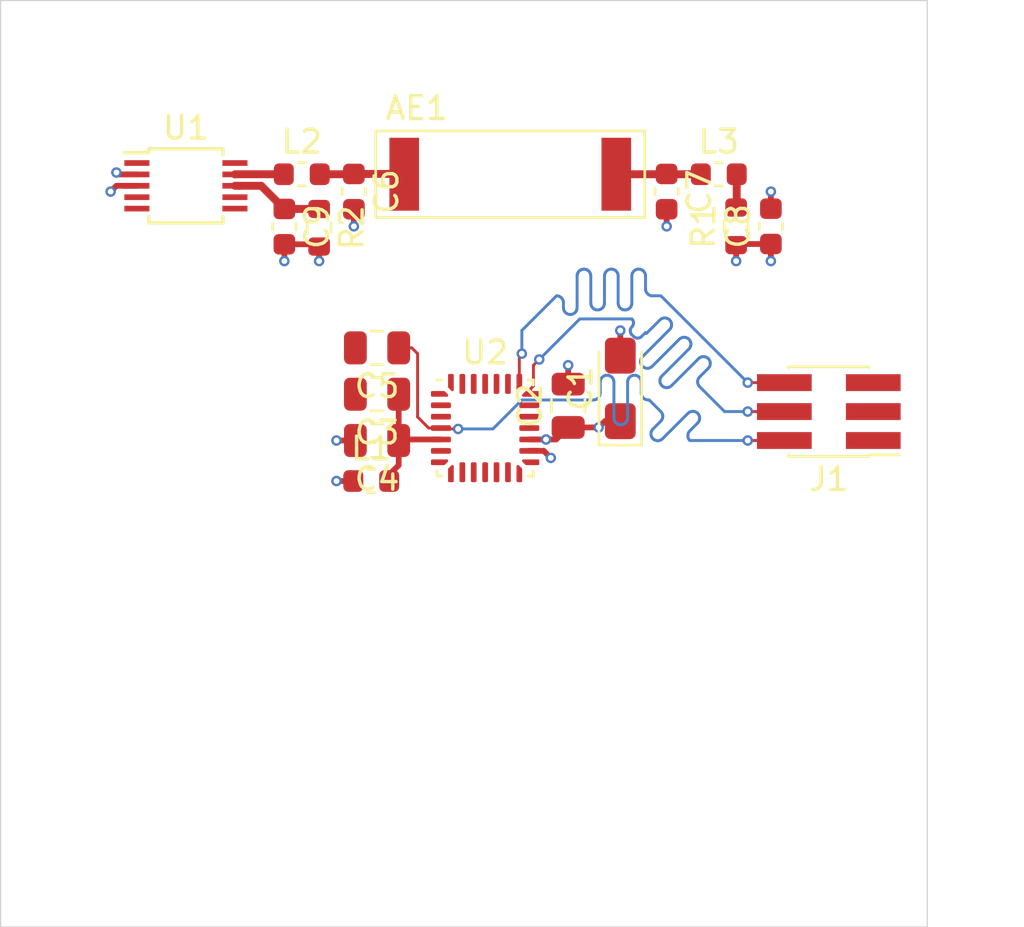
<source format=kicad_pcb>
(kicad_pcb (version 20171130) (host pcbnew 5.0.2-bee76a0~70~ubuntu18.04.1)

  (general
    (thickness 1.6)
    (drawings 4)
    (tracks 419)
    (zones 0)
    (modules 18)
    (nets 12)
  )

  (page A4)
  (layers
    (0 F.Cu signal)
    (1 In1.Cu signal)
    (2 In2.Cu signal)
    (31 B.Cu signal)
    (32 B.Adhes user)
    (33 F.Adhes user)
    (34 B.Paste user)
    (35 F.Paste user)
    (36 B.SilkS user)
    (37 F.SilkS user)
    (38 B.Mask user)
    (39 F.Mask user)
    (40 Dwgs.User user)
    (41 Cmts.User user)
    (42 Eco1.User user)
    (43 Eco2.User user)
    (44 Edge.Cuts user)
    (45 Margin user)
    (46 B.CrtYd user)
    (47 F.CrtYd user)
    (48 B.Fab user)
    (49 F.Fab user)
  )

  (setup
    (last_trace_width 0.127)
    (user_trace_width 0.127)
    (user_trace_width 0.2032)
    (user_trace_width 0.254)
    (user_trace_width 0.347472)
    (user_trace_width 0.508)
    (trace_clearance 0.127)
    (zone_clearance 0.254)
    (zone_45_only no)
    (trace_min 0.127)
    (segment_width 0.2)
    (edge_width 0.05)
    (via_size 0.4572)
    (via_drill 0.254)
    (via_min_size 0.4572)
    (via_min_drill 0.254)
    (uvia_size 0.3)
    (uvia_drill 0.1)
    (uvias_allowed no)
    (uvia_min_size 0.2)
    (uvia_min_drill 0.1)
    (pcb_text_width 0.3)
    (pcb_text_size 1.5 1.5)
    (mod_edge_width 0.12)
    (mod_text_size 1 1)
    (mod_text_width 0.15)
    (pad_size 1.524 1.524)
    (pad_drill 0.762)
    (pad_to_mask_clearance 0)
    (solder_mask_min_width 0.25)
    (aux_axis_origin 0 0)
    (visible_elements FFFFFF7F)
    (pcbplotparams
      (layerselection 0x010fc_ffffffff)
      (usegerberextensions false)
      (usegerberattributes true)
      (usegerberadvancedattributes true)
      (creategerberjobfile true)
      (excludeedgelayer true)
      (linewidth 0.100000)
      (plotframeref false)
      (viasonmask false)
      (mode 1)
      (useauxorigin false)
      (hpglpennumber 1)
      (hpglpenspeed 20)
      (hpglpendiameter 15.000000)
      (psnegative false)
      (psa4output false)
      (plotreference true)
      (plotvalue true)
      (plotinvisibletext false)
      (padsonsilk false)
      (subtractmaskfromsilk false)
      (outputformat 1)
      (mirror false)
      (drillshape 1)
      (scaleselection 1)
      (outputdirectory ""))
  )

  (net 0 "")
  (net 1 GND)
  (net 2 +3V3)
  (net 3 +3.3VA)
  (net 4 ~RST)
  (net 5 "Net-(L3-Pad2)")
  (net 6 SWCLK)
  (net 7 SWDIO)
  (net 8 /rf_433mhz_50ohm_gnd)
  (net 9 /rf_433mhz_50ohm_out)
  (net 10 /rf_ant_hi)
  (net 11 /rf_ant_lo)

  (net_class Default "This is the default net class."
    (clearance 0.127)
    (trace_width 0.127)
    (via_dia 0.4572)
    (via_drill 0.254)
    (uvia_dia 0.3)
    (uvia_drill 0.1)
    (add_net "Net-(L3-Pad2)")
    (add_net SWCLK)
    (add_net SWDIO)
    (add_net ~RST)
  )

  (net_class "433MHz Transmission Line" ""
    (clearance 0.1524)
    (trace_width 0.347675)
    (via_dia 0.4572)
    (via_drill 0.254)
    (uvia_dia 0.3)
    (uvia_drill 0.1)
    (add_net /rf_433mhz_50ohm_gnd)
    (add_net /rf_433mhz_50ohm_out)
    (add_net /rf_ant_hi)
    (add_net /rf_ant_lo)
  )

  (net_class Power ""
    (clearance 0.127)
    (trace_width 0.254)
    (via_dia 0.4572)
    (via_drill 0.254)
    (uvia_dia 0.3)
    (uvia_drill 0.1)
    (add_net +3.3VA)
    (add_net +3V3)
    (add_net GND)
  )

  (module Package_DFN_QFN:QFN-28_4x4mm_P0.5mm (layer F.Cu) (tedit 5D9F792A) (tstamp 5FCD9B5B)
    (at 163.49 106.388)
    (descr "QFN, 28 Pin (http://www.st.com/resource/en/datasheet/stm32f031k6.pdf#page=90), generated with kicad-footprint-generator ipc_noLead_generator.py")
    (tags "QFN NoLead")
    (path /5FCC23BA)
    (attr smd)
    (fp_text reference U2 (at 0 -3.32) (layer F.SilkS)
      (effects (font (size 1 1) (thickness 0.15)))
    )
    (fp_text value STM32L011G4Ux (at 0 3.32) (layer F.Fab)
      (effects (font (size 1 1) (thickness 0.15)))
    )
    (fp_text user %R (at 0 0) (layer F.Fab)
      (effects (font (size 1 1) (thickness 0.15)))
    )
    (fp_line (start 1.885 -2.11) (end 2.11 -2.11) (layer F.SilkS) (width 0.12))
    (fp_line (start 2.11 -2.11) (end 2.11 -1.885) (layer F.SilkS) (width 0.12))
    (fp_line (start -1.885 2.11) (end -2.11 2.11) (layer F.SilkS) (width 0.12))
    (fp_line (start -2.11 2.11) (end -2.11 1.885) (layer F.SilkS) (width 0.12))
    (fp_line (start 1.885 2.11) (end 2.11 2.11) (layer F.SilkS) (width 0.12))
    (fp_line (start 2.11 2.11) (end 2.11 1.885) (layer F.SilkS) (width 0.12))
    (fp_line (start -1.885 -2.11) (end -2.11 -2.11) (layer F.SilkS) (width 0.12))
    (fp_line (start -1 -2) (end 2 -2) (layer F.Fab) (width 0.1))
    (fp_line (start 2 -2) (end 2 2) (layer F.Fab) (width 0.1))
    (fp_line (start 2 2) (end -2 2) (layer F.Fab) (width 0.1))
    (fp_line (start -2 2) (end -2 -1) (layer F.Fab) (width 0.1))
    (fp_line (start -2 -1) (end -1 -2) (layer F.Fab) (width 0.1))
    (fp_line (start -2.62 -2.62) (end -2.62 2.62) (layer F.CrtYd) (width 0.05))
    (fp_line (start -2.62 2.62) (end 2.62 2.62) (layer F.CrtYd) (width 0.05))
    (fp_line (start 2.62 2.62) (end 2.62 -2.62) (layer F.CrtYd) (width 0.05))
    (fp_line (start 2.62 -2.62) (end -2.62 -2.62) (layer F.CrtYd) (width 0.05))
    (pad 28 smd custom (at -1.5 -1.9975) (size 0.136863 0.136863) (layers F.Cu F.Paste F.Mask)
      (options (clearance outline) (anchor circle))
      (primitives
        (gr_poly (pts
           (xy -0.08 -0.3325) (xy 0.08 -0.3325) (xy 0.08 0.3325) (xy 0.05364 0.3325) (xy -0.08 0.19886)
) (width 0.09))
      ))
    (pad 27 smd roundrect (at -1 -1.9375) (size 0.25 0.875) (layers F.Cu F.Paste F.Mask) (roundrect_rratio 0.25))
    (pad 26 smd roundrect (at -0.5 -1.9375) (size 0.25 0.875) (layers F.Cu F.Paste F.Mask) (roundrect_rratio 0.25))
    (pad 25 smd roundrect (at 0 -1.9375) (size 0.25 0.875) (layers F.Cu F.Paste F.Mask) (roundrect_rratio 0.25))
    (pad 24 smd roundrect (at 0.5 -1.9375) (size 0.25 0.875) (layers F.Cu F.Paste F.Mask) (roundrect_rratio 0.25))
    (pad 23 smd roundrect (at 1 -1.9375) (size 0.25 0.875) (layers F.Cu F.Paste F.Mask) (roundrect_rratio 0.25))
    (pad 22 smd custom (at 1.5 -1.9975) (size 0.136863 0.136863) (layers F.Cu F.Paste F.Mask)
      (net 6 SWCLK)
      (options (clearance outline) (anchor circle))
      (primitives
        (gr_poly (pts
           (xy -0.08 -0.3325) (xy 0.08 -0.3325) (xy 0.08 0.19886) (xy -0.05364 0.3325) (xy -0.08 0.3325)
) (width 0.09))
      ))
    (pad 21 smd custom (at 1.9975 -1.5) (size 0.136863 0.136863) (layers F.Cu F.Paste F.Mask)
      (net 7 SWDIO)
      (options (clearance outline) (anchor circle))
      (primitives
        (gr_poly (pts
           (xy -0.3325 0.05364) (xy -0.19886 -0.08) (xy 0.3325 -0.08) (xy 0.3325 0.08) (xy -0.3325 0.08)
) (width 0.09))
      ))
    (pad 20 smd roundrect (at 1.9375 -1) (size 0.875 0.25) (layers F.Cu F.Paste F.Mask) (roundrect_rratio 0.25))
    (pad 19 smd roundrect (at 1.9375 -0.5) (size 0.875 0.25) (layers F.Cu F.Paste F.Mask) (roundrect_rratio 0.25))
    (pad 18 smd roundrect (at 1.9375 0) (size 0.875 0.25) (layers F.Cu F.Paste F.Mask) (roundrect_rratio 0.25))
    (pad 17 smd roundrect (at 1.9375 0.5) (size 0.875 0.25) (layers F.Cu F.Paste F.Mask) (roundrect_rratio 0.25)
      (net 2 +3V3))
    (pad 16 smd roundrect (at 1.9375 1) (size 0.875 0.25) (layers F.Cu F.Paste F.Mask) (roundrect_rratio 0.25)
      (net 1 GND))
    (pad 15 smd custom (at 1.9975 1.5) (size 0.136863 0.136863) (layers F.Cu F.Paste F.Mask)
      (options (clearance outline) (anchor circle))
      (primitives
        (gr_poly (pts
           (xy -0.3325 -0.08) (xy 0.3325 -0.08) (xy 0.3325 0.08) (xy -0.19886 0.08) (xy -0.3325 -0.05364)
) (width 0.09))
      ))
    (pad 14 smd custom (at 1.5 1.9975) (size 0.136863 0.136863) (layers F.Cu F.Paste F.Mask)
      (options (clearance outline) (anchor circle))
      (primitives
        (gr_poly (pts
           (xy -0.08 -0.3325) (xy -0.05364 -0.3325) (xy 0.08 -0.19886) (xy 0.08 0.3325) (xy -0.08 0.3325)
) (width 0.09))
      ))
    (pad 13 smd roundrect (at 1 1.9375) (size 0.25 0.875) (layers F.Cu F.Paste F.Mask) (roundrect_rratio 0.25))
    (pad 12 smd roundrect (at 0.5 1.9375) (size 0.25 0.875) (layers F.Cu F.Paste F.Mask) (roundrect_rratio 0.25))
    (pad 11 smd roundrect (at 0 1.9375) (size 0.25 0.875) (layers F.Cu F.Paste F.Mask) (roundrect_rratio 0.25))
    (pad 10 smd roundrect (at -0.5 1.9375) (size 0.25 0.875) (layers F.Cu F.Paste F.Mask) (roundrect_rratio 0.25))
    (pad 9 smd roundrect (at -1 1.9375) (size 0.25 0.875) (layers F.Cu F.Paste F.Mask) (roundrect_rratio 0.25))
    (pad 8 smd custom (at -1.5 1.9975) (size 0.136863 0.136863) (layers F.Cu F.Paste F.Mask)
      (options (clearance outline) (anchor circle))
      (primitives
        (gr_poly (pts
           (xy -0.08 -0.19886) (xy 0.05364 -0.3325) (xy 0.08 -0.3325) (xy 0.08 0.3325) (xy -0.08 0.3325)
) (width 0.09))
      ))
    (pad 7 smd custom (at -1.9975 1.5) (size 0.136863 0.136863) (layers F.Cu F.Paste F.Mask)
      (options (clearance outline) (anchor circle))
      (primitives
        (gr_poly (pts
           (xy -0.3325 -0.08) (xy 0.3325 -0.08) (xy 0.3325 -0.05364) (xy 0.19886 0.08) (xy -0.3325 0.08)
) (width 0.09))
      ))
    (pad 6 smd roundrect (at -1.9375 1) (size 0.875 0.25) (layers F.Cu F.Paste F.Mask) (roundrect_rratio 0.25))
    (pad 5 smd roundrect (at -1.9375 0.5) (size 0.875 0.25) (layers F.Cu F.Paste F.Mask) (roundrect_rratio 0.25)
      (net 3 +3.3VA))
    (pad 4 smd roundrect (at -1.9375 0) (size 0.875 0.25) (layers F.Cu F.Paste F.Mask) (roundrect_rratio 0.25)
      (net 4 ~RST))
    (pad 3 smd roundrect (at -1.9375 -0.5) (size 0.875 0.25) (layers F.Cu F.Paste F.Mask) (roundrect_rratio 0.25))
    (pad 2 smd roundrect (at -1.9375 -1) (size 0.875 0.25) (layers F.Cu F.Paste F.Mask) (roundrect_rratio 0.25))
    (pad 1 smd custom (at -1.9975 -1.5) (size 0.136863 0.136863) (layers F.Cu F.Paste F.Mask)
      (options (clearance outline) (anchor circle))
      (primitives
        (gr_poly (pts
           (xy -0.3325 -0.08) (xy 0.19886 -0.08) (xy 0.3325 0.05364) (xy 0.3325 0.08) (xy -0.3325 0.08)
) (width 0.09))
      ))
    (model ${KISYS3DMOD}/Package_DFN_QFN.3dshapes/QFN-28_4x4mm_P0.5mm.wrl
      (at (xyz 0 0 0))
      (scale (xyz 1 1 1))
      (rotate (xyz 0 0 0))
    )
  )

  (module Package_SO:TSSOP-10_3x3mm_P0.5mm (layer F.Cu) (tedit 5F3E4A84) (tstamp 5FCD9956)
    (at 150.368 95.758)
    (descr "TSSOP10: plastic thin shrink small outline package; 10 leads; body width 3 mm; (see NXP SSOP-TSSOP-VSO-REFLOW.pdf and sot552-1_po.pdf)")
    (tags "SSOP 0.5")
    (path /5FCFA45B)
    (attr smd)
    (fp_text reference U1 (at 0 -2.55) (layer F.SilkS)
      (effects (font (size 1 1) (thickness 0.15)))
    )
    (fp_text value TDA7100 (at 0 2.55) (layer F.Fab)
      (effects (font (size 1 1) (thickness 0.15)))
    )
    (fp_text user %R (at 0 0) (layer F.Fab)
      (effects (font (size 0.6 0.6) (thickness 0.1)))
    )
    (fp_line (start -1.625 -1.45) (end -2.7 -1.45) (layer F.SilkS) (width 0.15))
    (fp_line (start -1.625 1.625) (end 1.625 1.625) (layer F.SilkS) (width 0.15))
    (fp_line (start -1.625 -1.625) (end 1.625 -1.625) (layer F.SilkS) (width 0.15))
    (fp_line (start -1.625 1.625) (end -1.625 1.35) (layer F.SilkS) (width 0.15))
    (fp_line (start 1.625 1.625) (end 1.625 1.35) (layer F.SilkS) (width 0.15))
    (fp_line (start 1.625 -1.625) (end 1.625 -1.35) (layer F.SilkS) (width 0.15))
    (fp_line (start -1.625 -1.625) (end -1.625 -1.45) (layer F.SilkS) (width 0.15))
    (fp_line (start -2.95 1.8) (end 2.95 1.8) (layer F.CrtYd) (width 0.05))
    (fp_line (start -2.95 -1.8) (end 2.95 -1.8) (layer F.CrtYd) (width 0.05))
    (fp_line (start 2.95 -1.8) (end 2.95 1.8) (layer F.CrtYd) (width 0.05))
    (fp_line (start -2.95 -1.8) (end -2.95 1.8) (layer F.CrtYd) (width 0.05))
    (fp_line (start -1.5 -0.5) (end -0.5 -1.5) (layer F.Fab) (width 0.1))
    (fp_line (start -1.5 1.5) (end -1.5 -0.5) (layer F.Fab) (width 0.1))
    (fp_line (start 1.5 1.5) (end -1.5 1.5) (layer F.Fab) (width 0.1))
    (fp_line (start 1.5 -1.5) (end 1.5 1.5) (layer F.Fab) (width 0.1))
    (fp_line (start -0.5 -1.5) (end 1.5 -1.5) (layer F.Fab) (width 0.1))
    (pad 10 smd rect (at 2.15 -1) (size 1.1 0.25) (layers F.Cu F.Paste F.Mask))
    (pad 9 smd rect (at 2.15 -0.5) (size 1.1 0.25) (layers F.Cu F.Paste F.Mask)
      (net 9 /rf_433mhz_50ohm_out))
    (pad 8 smd rect (at 2.15 0) (size 1.1 0.25) (layers F.Cu F.Paste F.Mask)
      (net 8 /rf_433mhz_50ohm_gnd))
    (pad 7 smd rect (at 2.15 0.5) (size 1.1 0.25) (layers F.Cu F.Paste F.Mask))
    (pad 6 smd rect (at 2.15 1) (size 1.1 0.25) (layers F.Cu F.Paste F.Mask))
    (pad 5 smd rect (at -2.15 1) (size 1.1 0.25) (layers F.Cu F.Paste F.Mask))
    (pad 4 smd rect (at -2.15 0.5) (size 1.1 0.25) (layers F.Cu F.Paste F.Mask))
    (pad 3 smd rect (at -2.15 0) (size 1.1 0.25) (layers F.Cu F.Paste F.Mask)
      (net 1 GND))
    (pad 2 smd rect (at -2.15 -0.5) (size 1.1 0.25) (layers F.Cu F.Paste F.Mask)
      (net 2 +3V3))
    (pad 1 smd rect (at -2.15 -1) (size 1.1 0.25) (layers F.Cu F.Paste F.Mask))
    (model ${KISYS3DMOD}/Package_SO.3dshapes/TSSOP-10_3x3mm_P0.5mm.wrl
      (at (xyz 0 0 0))
      (scale (xyz 1 1 1))
      (rotate (xyz 0 0 0))
    )
  )

  (module Resistor_SMD:R_0603_1608Metric (layer F.Cu) (tedit 5F68FEEE) (tstamp 5FCD9937)
    (at 156.21 97.599 270)
    (descr "Resistor SMD 0603 (1608 Metric), square (rectangular) end terminal, IPC_7351 nominal, (Body size source: IPC-SM-782 page 72, https://www.pcb-3d.com/wordpress/wp-content/uploads/ipc-sm-782a_amendment_1_and_2.pdf), generated with kicad-footprint-generator")
    (tags resistor)
    (path /5FD04570)
    (attr smd)
    (fp_text reference R2 (at 0 -1.43 90) (layer F.SilkS)
      (effects (font (size 1 1) (thickness 0.15)))
    )
    (fp_text value R_Small (at 0 1.43 90) (layer F.Fab)
      (effects (font (size 1 1) (thickness 0.15)))
    )
    (fp_text user %R (at 0 0 90) (layer F.Fab)
      (effects (font (size 0.4 0.4) (thickness 0.06)))
    )
    (fp_line (start -0.8 0.4125) (end -0.8 -0.4125) (layer F.Fab) (width 0.1))
    (fp_line (start -0.8 -0.4125) (end 0.8 -0.4125) (layer F.Fab) (width 0.1))
    (fp_line (start 0.8 -0.4125) (end 0.8 0.4125) (layer F.Fab) (width 0.1))
    (fp_line (start 0.8 0.4125) (end -0.8 0.4125) (layer F.Fab) (width 0.1))
    (fp_line (start -0.237258 -0.5225) (end 0.237258 -0.5225) (layer F.SilkS) (width 0.12))
    (fp_line (start -0.237258 0.5225) (end 0.237258 0.5225) (layer F.SilkS) (width 0.12))
    (fp_line (start -1.48 0.73) (end -1.48 -0.73) (layer F.CrtYd) (width 0.05))
    (fp_line (start -1.48 -0.73) (end 1.48 -0.73) (layer F.CrtYd) (width 0.05))
    (fp_line (start 1.48 -0.73) (end 1.48 0.73) (layer F.CrtYd) (width 0.05))
    (fp_line (start 1.48 0.73) (end -1.48 0.73) (layer F.CrtYd) (width 0.05))
    (pad 2 smd roundrect (at 0.825 0 270) (size 0.8 0.95) (layers F.Cu F.Paste F.Mask) (roundrect_rratio 0.25)
      (net 1 GND))
    (pad 1 smd roundrect (at -0.825 0 270) (size 0.8 0.95) (layers F.Cu F.Paste F.Mask) (roundrect_rratio 0.25)
      (net 8 /rf_433mhz_50ohm_gnd))
    (model ${KISYS3DMOD}/Resistor_SMD.3dshapes/R_0603_1608Metric.wrl
      (at (xyz 0 0 0))
      (scale (xyz 1 1 1))
      (rotate (xyz 0 0 0))
    )
  )

  (module Resistor_SMD:R_0603_1608Metric (layer F.Cu) (tedit 5F68FEEE) (tstamp 5FCD9926)
    (at 174.498 97.536 90)
    (descr "Resistor SMD 0603 (1608 Metric), square (rectangular) end terminal, IPC_7351 nominal, (Body size source: IPC-SM-782 page 72, https://www.pcb-3d.com/wordpress/wp-content/uploads/ipc-sm-782a_amendment_1_and_2.pdf), generated with kicad-footprint-generator")
    (tags resistor)
    (path /5FD1145B)
    (attr smd)
    (fp_text reference R1 (at 0 -1.43 90) (layer F.SilkS)
      (effects (font (size 1 1) (thickness 0.15)))
    )
    (fp_text value R_Small (at 0 1.43 90) (layer F.Fab)
      (effects (font (size 1 1) (thickness 0.15)))
    )
    (fp_text user %R (at 0 0 90) (layer F.Fab)
      (effects (font (size 0.4 0.4) (thickness 0.06)))
    )
    (fp_line (start -0.8 0.4125) (end -0.8 -0.4125) (layer F.Fab) (width 0.1))
    (fp_line (start -0.8 -0.4125) (end 0.8 -0.4125) (layer F.Fab) (width 0.1))
    (fp_line (start 0.8 -0.4125) (end 0.8 0.4125) (layer F.Fab) (width 0.1))
    (fp_line (start 0.8 0.4125) (end -0.8 0.4125) (layer F.Fab) (width 0.1))
    (fp_line (start -0.237258 -0.5225) (end 0.237258 -0.5225) (layer F.SilkS) (width 0.12))
    (fp_line (start -0.237258 0.5225) (end 0.237258 0.5225) (layer F.SilkS) (width 0.12))
    (fp_line (start -1.48 0.73) (end -1.48 -0.73) (layer F.CrtYd) (width 0.05))
    (fp_line (start -1.48 -0.73) (end 1.48 -0.73) (layer F.CrtYd) (width 0.05))
    (fp_line (start 1.48 -0.73) (end 1.48 0.73) (layer F.CrtYd) (width 0.05))
    (fp_line (start 1.48 0.73) (end -1.48 0.73) (layer F.CrtYd) (width 0.05))
    (pad 2 smd roundrect (at 0.825 0 90) (size 0.8 0.95) (layers F.Cu F.Paste F.Mask) (roundrect_rratio 0.25)
      (net 5 "Net-(L3-Pad2)"))
    (pad 1 smd roundrect (at -0.825 0 90) (size 0.8 0.95) (layers F.Cu F.Paste F.Mask) (roundrect_rratio 0.25)
      (net 2 +3V3))
    (model ${KISYS3DMOD}/Resistor_SMD.3dshapes/R_0603_1608Metric.wrl
      (at (xyz 0 0 0))
      (scale (xyz 1 1 1))
      (rotate (xyz 0 0 0))
    )
  )

  (module Inductor_SMD:L_0603_1608Metric (layer F.Cu) (tedit 5F68FEF0) (tstamp 5FCD9915)
    (at 173.736 95.25)
    (descr "Inductor SMD 0603 (1608 Metric), square (rectangular) end terminal, IPC_7351 nominal, (Body size source: http://www.tortai-tech.com/upload/download/2011102023233369053.pdf), generated with kicad-footprint-generator")
    (tags inductor)
    (path /5FCFE5AF)
    (attr smd)
    (fp_text reference L3 (at 0 -1.43) (layer F.SilkS)
      (effects (font (size 1 1) (thickness 0.15)))
    )
    (fp_text value L_Small (at 0 1.43) (layer F.Fab)
      (effects (font (size 1 1) (thickness 0.15)))
    )
    (fp_text user %R (at 0 0) (layer F.Fab)
      (effects (font (size 0.4 0.4) (thickness 0.06)))
    )
    (fp_line (start -0.8 0.4) (end -0.8 -0.4) (layer F.Fab) (width 0.1))
    (fp_line (start -0.8 -0.4) (end 0.8 -0.4) (layer F.Fab) (width 0.1))
    (fp_line (start 0.8 -0.4) (end 0.8 0.4) (layer F.Fab) (width 0.1))
    (fp_line (start 0.8 0.4) (end -0.8 0.4) (layer F.Fab) (width 0.1))
    (fp_line (start -0.162779 -0.51) (end 0.162779 -0.51) (layer F.SilkS) (width 0.12))
    (fp_line (start -0.162779 0.51) (end 0.162779 0.51) (layer F.SilkS) (width 0.12))
    (fp_line (start -1.48 0.73) (end -1.48 -0.73) (layer F.CrtYd) (width 0.05))
    (fp_line (start -1.48 -0.73) (end 1.48 -0.73) (layer F.CrtYd) (width 0.05))
    (fp_line (start 1.48 -0.73) (end 1.48 0.73) (layer F.CrtYd) (width 0.05))
    (fp_line (start 1.48 0.73) (end -1.48 0.73) (layer F.CrtYd) (width 0.05))
    (pad 2 smd roundrect (at 0.7875 0) (size 0.875 0.95) (layers F.Cu F.Paste F.Mask) (roundrect_rratio 0.25)
      (net 5 "Net-(L3-Pad2)"))
    (pad 1 smd roundrect (at -0.7875 0) (size 0.875 0.95) (layers F.Cu F.Paste F.Mask) (roundrect_rratio 0.25)
      (net 10 /rf_ant_hi))
    (model ${KISYS3DMOD}/Inductor_SMD.3dshapes/L_0603_1608Metric.wrl
      (at (xyz 0 0 0))
      (scale (xyz 1 1 1))
      (rotate (xyz 0 0 0))
    )
  )

  (module Inductor_SMD:L_0603_1608Metric (layer F.Cu) (tedit 5F68FEF0) (tstamp 5FCD9904)
    (at 155.448 95.25)
    (descr "Inductor SMD 0603 (1608 Metric), square (rectangular) end terminal, IPC_7351 nominal, (Body size source: http://www.tortai-tech.com/upload/download/2011102023233369053.pdf), generated with kicad-footprint-generator")
    (tags inductor)
    (path /5FD00660)
    (attr smd)
    (fp_text reference L2 (at 0 -1.43) (layer F.SilkS)
      (effects (font (size 1 1) (thickness 0.15)))
    )
    (fp_text value L_Small (at 0 1.43) (layer F.Fab)
      (effects (font (size 1 1) (thickness 0.15)))
    )
    (fp_text user %R (at 0 0) (layer F.Fab)
      (effects (font (size 0.4 0.4) (thickness 0.06)))
    )
    (fp_line (start -0.8 0.4) (end -0.8 -0.4) (layer F.Fab) (width 0.1))
    (fp_line (start -0.8 -0.4) (end 0.8 -0.4) (layer F.Fab) (width 0.1))
    (fp_line (start 0.8 -0.4) (end 0.8 0.4) (layer F.Fab) (width 0.1))
    (fp_line (start 0.8 0.4) (end -0.8 0.4) (layer F.Fab) (width 0.1))
    (fp_line (start -0.162779 -0.51) (end 0.162779 -0.51) (layer F.SilkS) (width 0.12))
    (fp_line (start -0.162779 0.51) (end 0.162779 0.51) (layer F.SilkS) (width 0.12))
    (fp_line (start -1.48 0.73) (end -1.48 -0.73) (layer F.CrtYd) (width 0.05))
    (fp_line (start -1.48 -0.73) (end 1.48 -0.73) (layer F.CrtYd) (width 0.05))
    (fp_line (start 1.48 -0.73) (end 1.48 0.73) (layer F.CrtYd) (width 0.05))
    (fp_line (start 1.48 0.73) (end -1.48 0.73) (layer F.CrtYd) (width 0.05))
    (pad 2 smd roundrect (at 0.7875 0) (size 0.875 0.95) (layers F.Cu F.Paste F.Mask) (roundrect_rratio 0.25)
      (net 11 /rf_ant_lo))
    (pad 1 smd roundrect (at -0.7875 0) (size 0.875 0.95) (layers F.Cu F.Paste F.Mask) (roundrect_rratio 0.25)
      (net 9 /rf_433mhz_50ohm_out))
    (model ${KISYS3DMOD}/Inductor_SMD.3dshapes/L_0603_1608Metric.wrl
      (at (xyz 0 0 0))
      (scale (xyz 1 1 1))
      (rotate (xyz 0 0 0))
    )
  )

  (module Inductor_SMD:L_0603_1608Metric (layer F.Cu) (tedit 5F68FEF0) (tstamp 5FCD98F3)
    (at 158.496 108.712)
    (descr "Inductor SMD 0603 (1608 Metric), square (rectangular) end terminal, IPC_7351 nominal, (Body size source: http://www.tortai-tech.com/upload/download/2011102023233369053.pdf), generated with kicad-footprint-generator")
    (tags inductor)
    (path /5FCCD1D9)
    (attr smd)
    (fp_text reference L1 (at 0 -1.43) (layer F.SilkS)
      (effects (font (size 1 1) (thickness 0.15)))
    )
    (fp_text value L_Small (at 0 1.43) (layer F.Fab)
      (effects (font (size 1 1) (thickness 0.15)))
    )
    (fp_text user %R (at 0 0) (layer F.Fab)
      (effects (font (size 0.4 0.4) (thickness 0.06)))
    )
    (fp_line (start -0.8 0.4) (end -0.8 -0.4) (layer F.Fab) (width 0.1))
    (fp_line (start -0.8 -0.4) (end 0.8 -0.4) (layer F.Fab) (width 0.1))
    (fp_line (start 0.8 -0.4) (end 0.8 0.4) (layer F.Fab) (width 0.1))
    (fp_line (start 0.8 0.4) (end -0.8 0.4) (layer F.Fab) (width 0.1))
    (fp_line (start -0.162779 -0.51) (end 0.162779 -0.51) (layer F.SilkS) (width 0.12))
    (fp_line (start -0.162779 0.51) (end 0.162779 0.51) (layer F.SilkS) (width 0.12))
    (fp_line (start -1.48 0.73) (end -1.48 -0.73) (layer F.CrtYd) (width 0.05))
    (fp_line (start -1.48 -0.73) (end 1.48 -0.73) (layer F.CrtYd) (width 0.05))
    (fp_line (start 1.48 -0.73) (end 1.48 0.73) (layer F.CrtYd) (width 0.05))
    (fp_line (start 1.48 0.73) (end -1.48 0.73) (layer F.CrtYd) (width 0.05))
    (pad 2 smd roundrect (at 0.7875 0) (size 0.875 0.95) (layers F.Cu F.Paste F.Mask) (roundrect_rratio 0.25)
      (net 3 +3.3VA))
    (pad 1 smd roundrect (at -0.7875 0) (size 0.875 0.95) (layers F.Cu F.Paste F.Mask) (roundrect_rratio 0.25)
      (net 2 +3V3))
    (model ${KISYS3DMOD}/Inductor_SMD.3dshapes/L_0603_1608Metric.wrl
      (at (xyz 0 0 0))
      (scale (xyz 1 1 1))
      (rotate (xyz 0 0 0))
    )
  )

  (module Capacitor_SMD:C_0603_1608Metric (layer F.Cu) (tedit 5F68FEEE) (tstamp 5FCD98E2)
    (at 154.686 97.549 270)
    (descr "Capacitor SMD 0603 (1608 Metric), square (rectangular) end terminal, IPC_7351 nominal, (Body size source: IPC-SM-782 page 76, https://www.pcb-3d.com/wordpress/wp-content/uploads/ipc-sm-782a_amendment_1_and_2.pdf), generated with kicad-footprint-generator")
    (tags capacitor)
    (path /5FD037DD)
    (attr smd)
    (fp_text reference C9 (at 0 -1.43 90) (layer F.SilkS)
      (effects (font (size 1 1) (thickness 0.15)))
    )
    (fp_text value C_Small (at 0 1.43 90) (layer F.Fab)
      (effects (font (size 1 1) (thickness 0.15)))
    )
    (fp_text user %R (at 0 0 90) (layer F.Fab)
      (effects (font (size 0.4 0.4) (thickness 0.06)))
    )
    (fp_line (start -0.8 0.4) (end -0.8 -0.4) (layer F.Fab) (width 0.1))
    (fp_line (start -0.8 -0.4) (end 0.8 -0.4) (layer F.Fab) (width 0.1))
    (fp_line (start 0.8 -0.4) (end 0.8 0.4) (layer F.Fab) (width 0.1))
    (fp_line (start 0.8 0.4) (end -0.8 0.4) (layer F.Fab) (width 0.1))
    (fp_line (start -0.14058 -0.51) (end 0.14058 -0.51) (layer F.SilkS) (width 0.12))
    (fp_line (start -0.14058 0.51) (end 0.14058 0.51) (layer F.SilkS) (width 0.12))
    (fp_line (start -1.48 0.73) (end -1.48 -0.73) (layer F.CrtYd) (width 0.05))
    (fp_line (start -1.48 -0.73) (end 1.48 -0.73) (layer F.CrtYd) (width 0.05))
    (fp_line (start 1.48 -0.73) (end 1.48 0.73) (layer F.CrtYd) (width 0.05))
    (fp_line (start 1.48 0.73) (end -1.48 0.73) (layer F.CrtYd) (width 0.05))
    (pad 2 smd roundrect (at 0.775 0 270) (size 0.9 0.95) (layers F.Cu F.Paste F.Mask) (roundrect_rratio 0.25)
      (net 1 GND))
    (pad 1 smd roundrect (at -0.775 0 270) (size 0.9 0.95) (layers F.Cu F.Paste F.Mask) (roundrect_rratio 0.25)
      (net 8 /rf_433mhz_50ohm_gnd))
    (model ${KISYS3DMOD}/Capacitor_SMD.3dshapes/C_0603_1608Metric.wrl
      (at (xyz 0 0 0))
      (scale (xyz 1 1 1))
      (rotate (xyz 0 0 0))
    )
  )

  (module Capacitor_SMD:C_0603_1608Metric (layer F.Cu) (tedit 5F68FEEE) (tstamp 5FCD98D1)
    (at 176.022 97.536 90)
    (descr "Capacitor SMD 0603 (1608 Metric), square (rectangular) end terminal, IPC_7351 nominal, (Body size source: IPC-SM-782 page 76, https://www.pcb-3d.com/wordpress/wp-content/uploads/ipc-sm-782a_amendment_1_and_2.pdf), generated with kicad-footprint-generator")
    (tags capacitor)
    (path /5FCFD8CC)
    (attr smd)
    (fp_text reference C8 (at 0 -1.43 90) (layer F.SilkS)
      (effects (font (size 1 1) (thickness 0.15)))
    )
    (fp_text value C_Small (at 0 1.43 90) (layer F.Fab)
      (effects (font (size 1 1) (thickness 0.15)))
    )
    (fp_text user %R (at 0 0 90) (layer F.Fab)
      (effects (font (size 0.4 0.4) (thickness 0.06)))
    )
    (fp_line (start -0.8 0.4) (end -0.8 -0.4) (layer F.Fab) (width 0.1))
    (fp_line (start -0.8 -0.4) (end 0.8 -0.4) (layer F.Fab) (width 0.1))
    (fp_line (start 0.8 -0.4) (end 0.8 0.4) (layer F.Fab) (width 0.1))
    (fp_line (start 0.8 0.4) (end -0.8 0.4) (layer F.Fab) (width 0.1))
    (fp_line (start -0.14058 -0.51) (end 0.14058 -0.51) (layer F.SilkS) (width 0.12))
    (fp_line (start -0.14058 0.51) (end 0.14058 0.51) (layer F.SilkS) (width 0.12))
    (fp_line (start -1.48 0.73) (end -1.48 -0.73) (layer F.CrtYd) (width 0.05))
    (fp_line (start -1.48 -0.73) (end 1.48 -0.73) (layer F.CrtYd) (width 0.05))
    (fp_line (start 1.48 -0.73) (end 1.48 0.73) (layer F.CrtYd) (width 0.05))
    (fp_line (start 1.48 0.73) (end -1.48 0.73) (layer F.CrtYd) (width 0.05))
    (pad 2 smd roundrect (at 0.775 0 90) (size 0.9 0.95) (layers F.Cu F.Paste F.Mask) (roundrect_rratio 0.25)
      (net 1 GND))
    (pad 1 smd roundrect (at -0.775 0 90) (size 0.9 0.95) (layers F.Cu F.Paste F.Mask) (roundrect_rratio 0.25)
      (net 2 +3V3))
    (model ${KISYS3DMOD}/Capacitor_SMD.3dshapes/C_0603_1608Metric.wrl
      (at (xyz 0 0 0))
      (scale (xyz 1 1 1))
      (rotate (xyz 0 0 0))
    )
  )

  (module Capacitor_SMD:C_0603_1608Metric (layer F.Cu) (tedit 5F68FEEE) (tstamp 5FCD98C0)
    (at 171.45 96.012 270)
    (descr "Capacitor SMD 0603 (1608 Metric), square (rectangular) end terminal, IPC_7351 nominal, (Body size source: IPC-SM-782 page 76, https://www.pcb-3d.com/wordpress/wp-content/uploads/ipc-sm-782a_amendment_1_and_2.pdf), generated with kicad-footprint-generator")
    (tags capacitor)
    (path /5FCFEFD5)
    (attr smd)
    (fp_text reference C7 (at 0 -1.43 90) (layer F.SilkS)
      (effects (font (size 1 1) (thickness 0.15)))
    )
    (fp_text value C_Small (at 0 1.43 90) (layer F.Fab)
      (effects (font (size 1 1) (thickness 0.15)))
    )
    (fp_text user %R (at 0 0 90) (layer F.Fab)
      (effects (font (size 0.4 0.4) (thickness 0.06)))
    )
    (fp_line (start -0.8 0.4) (end -0.8 -0.4) (layer F.Fab) (width 0.1))
    (fp_line (start -0.8 -0.4) (end 0.8 -0.4) (layer F.Fab) (width 0.1))
    (fp_line (start 0.8 -0.4) (end 0.8 0.4) (layer F.Fab) (width 0.1))
    (fp_line (start 0.8 0.4) (end -0.8 0.4) (layer F.Fab) (width 0.1))
    (fp_line (start -0.14058 -0.51) (end 0.14058 -0.51) (layer F.SilkS) (width 0.12))
    (fp_line (start -0.14058 0.51) (end 0.14058 0.51) (layer F.SilkS) (width 0.12))
    (fp_line (start -1.48 0.73) (end -1.48 -0.73) (layer F.CrtYd) (width 0.05))
    (fp_line (start -1.48 -0.73) (end 1.48 -0.73) (layer F.CrtYd) (width 0.05))
    (fp_line (start 1.48 -0.73) (end 1.48 0.73) (layer F.CrtYd) (width 0.05))
    (fp_line (start 1.48 0.73) (end -1.48 0.73) (layer F.CrtYd) (width 0.05))
    (pad 2 smd roundrect (at 0.775 0 270) (size 0.9 0.95) (layers F.Cu F.Paste F.Mask) (roundrect_rratio 0.25)
      (net 1 GND))
    (pad 1 smd roundrect (at -0.775 0 270) (size 0.9 0.95) (layers F.Cu F.Paste F.Mask) (roundrect_rratio 0.25)
      (net 10 /rf_ant_hi))
    (model ${KISYS3DMOD}/Capacitor_SMD.3dshapes/C_0603_1608Metric.wrl
      (at (xyz 0 0 0))
      (scale (xyz 1 1 1))
      (rotate (xyz 0 0 0))
    )
  )

  (module Capacitor_SMD:C_0603_1608Metric (layer F.Cu) (tedit 5F68FEEE) (tstamp 5FCD98AF)
    (at 157.734 96.012 270)
    (descr "Capacitor SMD 0603 (1608 Metric), square (rectangular) end terminal, IPC_7351 nominal, (Body size source: IPC-SM-782 page 76, https://www.pcb-3d.com/wordpress/wp-content/uploads/ipc-sm-782a_amendment_1_and_2.pdf), generated with kicad-footprint-generator")
    (tags capacitor)
    (path /5FCFF55C)
    (attr smd)
    (fp_text reference C6 (at 0 -1.43 90) (layer F.SilkS)
      (effects (font (size 1 1) (thickness 0.15)))
    )
    (fp_text value C_Small (at 0 1.43 90) (layer F.Fab)
      (effects (font (size 1 1) (thickness 0.15)))
    )
    (fp_text user %R (at 0 0 90) (layer F.Fab)
      (effects (font (size 0.4 0.4) (thickness 0.06)))
    )
    (fp_line (start -0.8 0.4) (end -0.8 -0.4) (layer F.Fab) (width 0.1))
    (fp_line (start -0.8 -0.4) (end 0.8 -0.4) (layer F.Fab) (width 0.1))
    (fp_line (start 0.8 -0.4) (end 0.8 0.4) (layer F.Fab) (width 0.1))
    (fp_line (start 0.8 0.4) (end -0.8 0.4) (layer F.Fab) (width 0.1))
    (fp_line (start -0.14058 -0.51) (end 0.14058 -0.51) (layer F.SilkS) (width 0.12))
    (fp_line (start -0.14058 0.51) (end 0.14058 0.51) (layer F.SilkS) (width 0.12))
    (fp_line (start -1.48 0.73) (end -1.48 -0.73) (layer F.CrtYd) (width 0.05))
    (fp_line (start -1.48 -0.73) (end 1.48 -0.73) (layer F.CrtYd) (width 0.05))
    (fp_line (start 1.48 -0.73) (end 1.48 0.73) (layer F.CrtYd) (width 0.05))
    (fp_line (start 1.48 0.73) (end -1.48 0.73) (layer F.CrtYd) (width 0.05))
    (pad 2 smd roundrect (at 0.775 0 270) (size 0.9 0.95) (layers F.Cu F.Paste F.Mask) (roundrect_rratio 0.25)
      (net 1 GND))
    (pad 1 smd roundrect (at -0.775 0 270) (size 0.9 0.95) (layers F.Cu F.Paste F.Mask) (roundrect_rratio 0.25)
      (net 11 /rf_ant_lo))
    (model ${KISYS3DMOD}/Capacitor_SMD.3dshapes/C_0603_1608Metric.wrl
      (at (xyz 0 0 0))
      (scale (xyz 1 1 1))
      (rotate (xyz 0 0 0))
    )
  )

  (module Capacitor_SMD:C_0805_2012Metric (layer F.Cu) (tedit 5F68FEEE) (tstamp 5FCD989E)
    (at 158.75 102.87 180)
    (descr "Capacitor SMD 0805 (2012 Metric), square (rectangular) end terminal, IPC_7351 nominal, (Body size source: IPC-SM-782 page 76, https://www.pcb-3d.com/wordpress/wp-content/uploads/ipc-sm-782a_amendment_1_and_2.pdf, https://docs.google.com/spreadsheets/d/1BsfQQcO9C6DZCsRaXUlFlo91Tg2WpOkGARC1WS5S8t0/edit?usp=sharing), generated with kicad-footprint-generator")
    (tags capacitor)
    (path /5FCC64DF)
    (attr smd)
    (fp_text reference C5 (at 0 -1.68) (layer F.SilkS)
      (effects (font (size 1 1) (thickness 0.15)))
    )
    (fp_text value C_Small (at 0 1.68) (layer F.Fab)
      (effects (font (size 1 1) (thickness 0.15)))
    )
    (fp_text user %R (at 0 0) (layer F.Fab)
      (effects (font (size 0.5 0.5) (thickness 0.08)))
    )
    (fp_line (start -1 0.625) (end -1 -0.625) (layer F.Fab) (width 0.1))
    (fp_line (start -1 -0.625) (end 1 -0.625) (layer F.Fab) (width 0.1))
    (fp_line (start 1 -0.625) (end 1 0.625) (layer F.Fab) (width 0.1))
    (fp_line (start 1 0.625) (end -1 0.625) (layer F.Fab) (width 0.1))
    (fp_line (start -0.261252 -0.735) (end 0.261252 -0.735) (layer F.SilkS) (width 0.12))
    (fp_line (start -0.261252 0.735) (end 0.261252 0.735) (layer F.SilkS) (width 0.12))
    (fp_line (start -1.7 0.98) (end -1.7 -0.98) (layer F.CrtYd) (width 0.05))
    (fp_line (start -1.7 -0.98) (end 1.7 -0.98) (layer F.CrtYd) (width 0.05))
    (fp_line (start 1.7 -0.98) (end 1.7 0.98) (layer F.CrtYd) (width 0.05))
    (fp_line (start 1.7 0.98) (end -1.7 0.98) (layer F.CrtYd) (width 0.05))
    (pad 2 smd roundrect (at 0.95 0 180) (size 1 1.45) (layers F.Cu F.Paste F.Mask) (roundrect_rratio 0.25)
      (net 1 GND))
    (pad 1 smd roundrect (at -0.95 0 180) (size 1 1.45) (layers F.Cu F.Paste F.Mask) (roundrect_rratio 0.25)
      (net 4 ~RST))
    (model ${KISYS3DMOD}/Capacitor_SMD.3dshapes/C_0805_2012Metric.wrl
      (at (xyz 0 0 0))
      (scale (xyz 1 1 1))
      (rotate (xyz 0 0 0))
    )
  )

  (module Capacitor_SMD:C_0805_2012Metric (layer F.Cu) (tedit 5F68FEEE) (tstamp 5FCD988D)
    (at 158.75 106.934 180)
    (descr "Capacitor SMD 0805 (2012 Metric), square (rectangular) end terminal, IPC_7351 nominal, (Body size source: IPC-SM-782 page 76, https://www.pcb-3d.com/wordpress/wp-content/uploads/ipc-sm-782a_amendment_1_and_2.pdf, https://docs.google.com/spreadsheets/d/1BsfQQcO9C6DZCsRaXUlFlo91Tg2WpOkGARC1WS5S8t0/edit?usp=sharing), generated with kicad-footprint-generator")
    (tags capacitor)
    (path /5FCCDBEA)
    (attr smd)
    (fp_text reference C4 (at 0 -1.68) (layer F.SilkS)
      (effects (font (size 1 1) (thickness 0.15)))
    )
    (fp_text value C (at 0 1.68) (layer F.Fab)
      (effects (font (size 1 1) (thickness 0.15)))
    )
    (fp_text user %R (at 0 0) (layer F.Fab)
      (effects (font (size 0.5 0.5) (thickness 0.08)))
    )
    (fp_line (start -1 0.625) (end -1 -0.625) (layer F.Fab) (width 0.1))
    (fp_line (start -1 -0.625) (end 1 -0.625) (layer F.Fab) (width 0.1))
    (fp_line (start 1 -0.625) (end 1 0.625) (layer F.Fab) (width 0.1))
    (fp_line (start 1 0.625) (end -1 0.625) (layer F.Fab) (width 0.1))
    (fp_line (start -0.261252 -0.735) (end 0.261252 -0.735) (layer F.SilkS) (width 0.12))
    (fp_line (start -0.261252 0.735) (end 0.261252 0.735) (layer F.SilkS) (width 0.12))
    (fp_line (start -1.7 0.98) (end -1.7 -0.98) (layer F.CrtYd) (width 0.05))
    (fp_line (start -1.7 -0.98) (end 1.7 -0.98) (layer F.CrtYd) (width 0.05))
    (fp_line (start 1.7 -0.98) (end 1.7 0.98) (layer F.CrtYd) (width 0.05))
    (fp_line (start 1.7 0.98) (end -1.7 0.98) (layer F.CrtYd) (width 0.05))
    (pad 2 smd roundrect (at 0.95 0 180) (size 1 1.45) (layers F.Cu F.Paste F.Mask) (roundrect_rratio 0.25)
      (net 1 GND))
    (pad 1 smd roundrect (at -0.95 0 180) (size 1 1.45) (layers F.Cu F.Paste F.Mask) (roundrect_rratio 0.25)
      (net 3 +3.3VA))
    (model ${KISYS3DMOD}/Capacitor_SMD.3dshapes/C_0805_2012Metric.wrl
      (at (xyz 0 0 0))
      (scale (xyz 1 1 1))
      (rotate (xyz 0 0 0))
    )
  )

  (module Capacitor_SMD:C_0805_2012Metric (layer F.Cu) (tedit 5F68FEEE) (tstamp 5FCD987C)
    (at 158.75 104.902 180)
    (descr "Capacitor SMD 0805 (2012 Metric), square (rectangular) end terminal, IPC_7351 nominal, (Body size source: IPC-SM-782 page 76, https://www.pcb-3d.com/wordpress/wp-content/uploads/ipc-sm-782a_amendment_1_and_2.pdf, https://docs.google.com/spreadsheets/d/1BsfQQcO9C6DZCsRaXUlFlo91Tg2WpOkGARC1WS5S8t0/edit?usp=sharing), generated with kicad-footprint-generator")
    (tags capacitor)
    (path /5FCCD83A)
    (attr smd)
    (fp_text reference C3 (at 0 -1.68) (layer F.SilkS)
      (effects (font (size 1 1) (thickness 0.15)))
    )
    (fp_text value C (at 0 1.68) (layer F.Fab)
      (effects (font (size 1 1) (thickness 0.15)))
    )
    (fp_text user %R (at 0 0) (layer F.Fab)
      (effects (font (size 0.5 0.5) (thickness 0.08)))
    )
    (fp_line (start -1 0.625) (end -1 -0.625) (layer F.Fab) (width 0.1))
    (fp_line (start -1 -0.625) (end 1 -0.625) (layer F.Fab) (width 0.1))
    (fp_line (start 1 -0.625) (end 1 0.625) (layer F.Fab) (width 0.1))
    (fp_line (start 1 0.625) (end -1 0.625) (layer F.Fab) (width 0.1))
    (fp_line (start -0.261252 -0.735) (end 0.261252 -0.735) (layer F.SilkS) (width 0.12))
    (fp_line (start -0.261252 0.735) (end 0.261252 0.735) (layer F.SilkS) (width 0.12))
    (fp_line (start -1.7 0.98) (end -1.7 -0.98) (layer F.CrtYd) (width 0.05))
    (fp_line (start -1.7 -0.98) (end 1.7 -0.98) (layer F.CrtYd) (width 0.05))
    (fp_line (start 1.7 -0.98) (end 1.7 0.98) (layer F.CrtYd) (width 0.05))
    (fp_line (start 1.7 0.98) (end -1.7 0.98) (layer F.CrtYd) (width 0.05))
    (pad 2 smd roundrect (at 0.95 0 180) (size 1 1.45) (layers F.Cu F.Paste F.Mask) (roundrect_rratio 0.25)
      (net 1 GND))
    (pad 1 smd roundrect (at -0.95 0 180) (size 1 1.45) (layers F.Cu F.Paste F.Mask) (roundrect_rratio 0.25)
      (net 3 +3.3VA))
    (model ${KISYS3DMOD}/Capacitor_SMD.3dshapes/C_0805_2012Metric.wrl
      (at (xyz 0 0 0))
      (scale (xyz 1 1 1))
      (rotate (xyz 0 0 0))
    )
  )

  (module Capacitor_SMD:C_0805_2012Metric (layer F.Cu) (tedit 5F68FEEE) (tstamp 5FCD986B)
    (at 167.132 105.41 90)
    (descr "Capacitor SMD 0805 (2012 Metric), square (rectangular) end terminal, IPC_7351 nominal, (Body size source: IPC-SM-782 page 76, https://www.pcb-3d.com/wordpress/wp-content/uploads/ipc-sm-782a_amendment_1_and_2.pdf, https://docs.google.com/spreadsheets/d/1BsfQQcO9C6DZCsRaXUlFlo91Tg2WpOkGARC1WS5S8t0/edit?usp=sharing), generated with kicad-footprint-generator")
    (tags capacitor)
    (path /5FCCA310)
    (attr smd)
    (fp_text reference C2 (at 0 -1.68 90) (layer F.SilkS)
      (effects (font (size 1 1) (thickness 0.15)))
    )
    (fp_text value C (at 0 1.68 90) (layer F.Fab)
      (effects (font (size 1 1) (thickness 0.15)))
    )
    (fp_text user %R (at 0 0 90) (layer F.Fab)
      (effects (font (size 0.5 0.5) (thickness 0.08)))
    )
    (fp_line (start -1 0.625) (end -1 -0.625) (layer F.Fab) (width 0.1))
    (fp_line (start -1 -0.625) (end 1 -0.625) (layer F.Fab) (width 0.1))
    (fp_line (start 1 -0.625) (end 1 0.625) (layer F.Fab) (width 0.1))
    (fp_line (start 1 0.625) (end -1 0.625) (layer F.Fab) (width 0.1))
    (fp_line (start -0.261252 -0.735) (end 0.261252 -0.735) (layer F.SilkS) (width 0.12))
    (fp_line (start -0.261252 0.735) (end 0.261252 0.735) (layer F.SilkS) (width 0.12))
    (fp_line (start -1.7 0.98) (end -1.7 -0.98) (layer F.CrtYd) (width 0.05))
    (fp_line (start -1.7 -0.98) (end 1.7 -0.98) (layer F.CrtYd) (width 0.05))
    (fp_line (start 1.7 -0.98) (end 1.7 0.98) (layer F.CrtYd) (width 0.05))
    (fp_line (start 1.7 0.98) (end -1.7 0.98) (layer F.CrtYd) (width 0.05))
    (pad 2 smd roundrect (at 0.95 0 90) (size 1 1.45) (layers F.Cu F.Paste F.Mask) (roundrect_rratio 0.25)
      (net 1 GND))
    (pad 1 smd roundrect (at -0.95 0 90) (size 1 1.45) (layers F.Cu F.Paste F.Mask) (roundrect_rratio 0.25)
      (net 2 +3V3))
    (model ${KISYS3DMOD}/Capacitor_SMD.3dshapes/C_0805_2012Metric.wrl
      (at (xyz 0 0 0))
      (scale (xyz 1 1 1))
      (rotate (xyz 0 0 0))
    )
  )

  (module Capacitor_Tantalum_SMD:CP_EIA-3216-18_Kemet-A_Pad1.58x1.35mm_HandSolder (layer F.Cu) (tedit 5EBA9318) (tstamp 5FCD985A)
    (at 169.418 104.648 90)
    (descr "Tantalum Capacitor SMD Kemet-A (3216-18 Metric), IPC_7351 nominal, (Body size from: http://www.kemet.com/Lists/ProductCatalog/Attachments/253/KEM_TC101_STD.pdf), generated with kicad-footprint-generator")
    (tags "capacitor tantalum")
    (path /5FCC9F0A)
    (attr smd)
    (fp_text reference C1 (at 0 -1.75 90) (layer F.SilkS)
      (effects (font (size 1 1) (thickness 0.15)))
    )
    (fp_text value CP (at 0 1.75 90) (layer F.Fab)
      (effects (font (size 1 1) (thickness 0.15)))
    )
    (fp_text user %R (at 0 0 90) (layer F.Fab)
      (effects (font (size 0.8 0.8) (thickness 0.12)))
    )
    (fp_line (start 1.6 -0.8) (end -1.2 -0.8) (layer F.Fab) (width 0.1))
    (fp_line (start -1.2 -0.8) (end -1.6 -0.4) (layer F.Fab) (width 0.1))
    (fp_line (start -1.6 -0.4) (end -1.6 0.8) (layer F.Fab) (width 0.1))
    (fp_line (start -1.6 0.8) (end 1.6 0.8) (layer F.Fab) (width 0.1))
    (fp_line (start 1.6 0.8) (end 1.6 -0.8) (layer F.Fab) (width 0.1))
    (fp_line (start 1.6 -0.935) (end -2.485 -0.935) (layer F.SilkS) (width 0.12))
    (fp_line (start -2.485 -0.935) (end -2.485 0.935) (layer F.SilkS) (width 0.12))
    (fp_line (start -2.485 0.935) (end 1.6 0.935) (layer F.SilkS) (width 0.12))
    (fp_line (start -2.48 1.05) (end -2.48 -1.05) (layer F.CrtYd) (width 0.05))
    (fp_line (start -2.48 -1.05) (end 2.48 -1.05) (layer F.CrtYd) (width 0.05))
    (fp_line (start 2.48 -1.05) (end 2.48 1.05) (layer F.CrtYd) (width 0.05))
    (fp_line (start 2.48 1.05) (end -2.48 1.05) (layer F.CrtYd) (width 0.05))
    (pad 2 smd roundrect (at 1.4375 0 90) (size 1.575 1.35) (layers F.Cu F.Paste F.Mask) (roundrect_rratio 0.185185)
      (net 1 GND))
    (pad 1 smd roundrect (at -1.4375 0 90) (size 1.575 1.35) (layers F.Cu F.Paste F.Mask) (roundrect_rratio 0.185185)
      (net 2 +3V3))
    (model ${KISYS3DMOD}/Capacitor_Tantalum_SMD.3dshapes/CP_EIA-3216-18_Kemet-A.wrl
      (at (xyz 0 0 0))
      (scale (xyz 1 1 1))
      (rotate (xyz 0 0 0))
    )
  )

  (module RF_Antenna:Coilcraft_MA5532-AE_RFID (layer F.Cu) (tedit 5A15896C) (tstamp 5FCDA310)
    (at 164.592 95.25)
    (descr "RFID Transponder Coil")
    (tags "antenna rfid coilcraft")
    (path /5FCFB606)
    (attr smd)
    (fp_text reference AE1 (at -4.1 -2.9) (layer F.SilkS)
      (effects (font (size 1 1) (thickness 0.15)))
    )
    (fp_text value Antenna_Loop (at 0 3.04) (layer F.Fab)
      (effects (font (size 1 1) (thickness 0.15)))
    )
    (fp_text user %R (at 0 0) (layer F.Fab)
      (effects (font (size 1 1) (thickness 0.15)))
    )
    (fp_line (start -5.9 -1.9) (end -5.9 1.9) (layer F.SilkS) (width 0.12))
    (fp_line (start -5.9 1.9) (end 5.9 1.9) (layer F.SilkS) (width 0.12))
    (fp_line (start 5.9 1.9) (end 5.9 -1.9) (layer F.SilkS) (width 0.12))
    (fp_line (start 5.9 -1.9) (end -5.9 -1.9) (layer F.SilkS) (width 0.12))
    (fp_line (start -5.9 1.9) (end -5.9 -1.9) (layer F.Fab) (width 0.1))
    (fp_line (start 5.9 1.9) (end -5.9 1.9) (layer F.Fab) (width 0.1))
    (fp_line (start 5.9 -1.9) (end 5.9 1.9) (layer F.Fab) (width 0.1))
    (fp_line (start -5.9 -1.9) (end 5.9 -1.9) (layer F.Fab) (width 0.1))
    (fp_line (start 6.15 -2.15) (end -6.15 -2.15) (layer F.CrtYd) (width 0.05))
    (fp_line (start 6.15 2.15) (end 6.15 -2.15) (layer F.CrtYd) (width 0.05))
    (fp_line (start -6.15 2.15) (end 6.15 2.15) (layer F.CrtYd) (width 0.05))
    (fp_line (start -6.15 -2.15) (end -6.15 2.15) (layer F.CrtYd) (width 0.05))
    (pad 2 smd rect (at 4.65 0) (size 1.3 3.2) (layers F.Cu F.Paste F.Mask)
      (net 10 /rf_ant_hi))
    (pad 1 smd rect (at -4.65 0) (size 1.3 3.2) (layers F.Cu F.Paste F.Mask)
      (net 11 /rf_ant_lo))
    (model ${KISYS3DMOD}/RF_Antenna.3dshapes/Coilcraft_MA5532-AE_RFID.wrl
      (at (xyz 0 0 0))
      (scale (xyz 1 1 1))
      (rotate (xyz 0 0 0))
    )
  )

  (module Connector_PinHeader_1.27mm:PinHeader_2x03_P1.27mm_Vertical_SMD (layer F.Cu) (tedit 59FED6E3) (tstamp 5FDAC7DE)
    (at 178.562 105.664 180)
    (descr "surface-mounted straight pin header, 2x03, 1.27mm pitch, double rows")
    (tags "Surface mounted pin header SMD 2x03 1.27mm double row")
    (path /5FCE5D5B)
    (attr smd)
    (fp_text reference J1 (at 0 -2.965 180) (layer F.SilkS)
      (effects (font (size 1 1) (thickness 0.15)))
    )
    (fp_text value Conn_02x03_Odd_Even (at 0 2.965 180) (layer F.Fab)
      (effects (font (size 1 1) (thickness 0.15)))
    )
    (fp_line (start 1.705 1.905) (end -1.705 1.905) (layer F.Fab) (width 0.1))
    (fp_line (start -1.27 -1.905) (end 1.705 -1.905) (layer F.Fab) (width 0.1))
    (fp_line (start -1.705 1.905) (end -1.705 -1.47) (layer F.Fab) (width 0.1))
    (fp_line (start -1.705 -1.47) (end -1.27 -1.905) (layer F.Fab) (width 0.1))
    (fp_line (start 1.705 -1.905) (end 1.705 1.905) (layer F.Fab) (width 0.1))
    (fp_line (start -1.705 -1.47) (end -2.75 -1.47) (layer F.Fab) (width 0.1))
    (fp_line (start -2.75 -1.47) (end -2.75 -1.07) (layer F.Fab) (width 0.1))
    (fp_line (start -2.75 -1.07) (end -1.705 -1.07) (layer F.Fab) (width 0.1))
    (fp_line (start 1.705 -1.47) (end 2.75 -1.47) (layer F.Fab) (width 0.1))
    (fp_line (start 2.75 -1.47) (end 2.75 -1.07) (layer F.Fab) (width 0.1))
    (fp_line (start 2.75 -1.07) (end 1.705 -1.07) (layer F.Fab) (width 0.1))
    (fp_line (start -1.705 -0.2) (end -2.75 -0.2) (layer F.Fab) (width 0.1))
    (fp_line (start -2.75 -0.2) (end -2.75 0.2) (layer F.Fab) (width 0.1))
    (fp_line (start -2.75 0.2) (end -1.705 0.2) (layer F.Fab) (width 0.1))
    (fp_line (start 1.705 -0.2) (end 2.75 -0.2) (layer F.Fab) (width 0.1))
    (fp_line (start 2.75 -0.2) (end 2.75 0.2) (layer F.Fab) (width 0.1))
    (fp_line (start 2.75 0.2) (end 1.705 0.2) (layer F.Fab) (width 0.1))
    (fp_line (start -1.705 1.07) (end -2.75 1.07) (layer F.Fab) (width 0.1))
    (fp_line (start -2.75 1.07) (end -2.75 1.47) (layer F.Fab) (width 0.1))
    (fp_line (start -2.75 1.47) (end -1.705 1.47) (layer F.Fab) (width 0.1))
    (fp_line (start 1.705 1.07) (end 2.75 1.07) (layer F.Fab) (width 0.1))
    (fp_line (start 2.75 1.07) (end 2.75 1.47) (layer F.Fab) (width 0.1))
    (fp_line (start 2.75 1.47) (end 1.705 1.47) (layer F.Fab) (width 0.1))
    (fp_line (start -1.765 -1.965) (end 1.765 -1.965) (layer F.SilkS) (width 0.12))
    (fp_line (start -1.765 1.965) (end 1.765 1.965) (layer F.SilkS) (width 0.12))
    (fp_line (start -3.09 -1.9) (end -1.765 -1.9) (layer F.SilkS) (width 0.12))
    (fp_line (start -1.765 -1.965) (end -1.765 -1.9) (layer F.SilkS) (width 0.12))
    (fp_line (start 1.765 -1.965) (end 1.765 -1.9) (layer F.SilkS) (width 0.12))
    (fp_line (start -1.765 1.9) (end -1.765 1.965) (layer F.SilkS) (width 0.12))
    (fp_line (start 1.765 1.9) (end 1.765 1.965) (layer F.SilkS) (width 0.12))
    (fp_line (start -4.3 -2.45) (end -4.3 2.45) (layer F.CrtYd) (width 0.05))
    (fp_line (start -4.3 2.45) (end 4.3 2.45) (layer F.CrtYd) (width 0.05))
    (fp_line (start 4.3 2.45) (end 4.3 -2.45) (layer F.CrtYd) (width 0.05))
    (fp_line (start 4.3 -2.45) (end -4.3 -2.45) (layer F.CrtYd) (width 0.05))
    (fp_text user %R (at 0 0 270) (layer F.Fab)
      (effects (font (size 1 1) (thickness 0.15)))
    )
    (pad 1 smd rect (at -1.95 -1.27 180) (size 2.4 0.74) (layers F.Cu F.Paste F.Mask)
      (net 2 +3V3))
    (pad 2 smd rect (at 1.95 -1.27 180) (size 2.4 0.74) (layers F.Cu F.Paste F.Mask)
      (net 4 ~RST))
    (pad 3 smd rect (at -1.95 0 180) (size 2.4 0.74) (layers F.Cu F.Paste F.Mask))
    (pad 4 smd rect (at 1.95 0 180) (size 2.4 0.74) (layers F.Cu F.Paste F.Mask)
      (net 7 SWDIO))
    (pad 5 smd rect (at -1.95 1.27 180) (size 2.4 0.74) (layers F.Cu F.Paste F.Mask)
      (net 1 GND))
    (pad 6 smd rect (at 1.95 1.27 180) (size 2.4 0.74) (layers F.Cu F.Paste F.Mask)
      (net 6 SWCLK))
    (model ${KISYS3DMOD}/Connector_PinHeader_1.27mm.3dshapes/PinHeader_2x03_P1.27mm_Vertical_SMD.wrl
      (at (xyz 0 0 0))
      (scale (xyz 1 1 1))
      (rotate (xyz 0 0 0))
    )
  )

  (gr_line (start 142.24 128.27) (end 142.24 87.63) (layer Edge.Cuts) (width 0.05) (tstamp 5FCDAC6A))
  (gr_line (start 182.88 128.27) (end 142.24 128.27) (layer Edge.Cuts) (width 0.05))
  (gr_line (start 182.88 87.63) (end 182.88 128.27) (layer Edge.Cuts) (width 0.05))
  (gr_line (start 142.24 87.63) (end 182.88 87.63) (layer Edge.Cuts) (width 0.05))

  (via (at 157.734 97.536) (size 0.4572) (drill 0.254) (layers F.Cu B.Cu) (net 1))
  (via (at 171.45 97.536) (size 0.4572) (drill 0.254) (layers F.Cu B.Cu) (net 1))
  (via (at 176.022 96.012) (size 0.4572) (drill 0.254) (layers F.Cu B.Cu) (net 1))
  (segment (start 156.21 99.06) (end 156.21 99.06) (width 0.127) (layer F.Cu) (net 1) (tstamp 5FCDAF47))
  (via (at 156.21 99.06) (size 0.4572) (drill 0.254) (layers F.Cu B.Cu) (net 1))
  (via (at 154.686 99.06) (size 0.4572) (drill 0.254) (layers F.Cu B.Cu) (net 1))
  (via (at 147.066 96.012) (size 0.4572) (drill 0.254) (layers F.Cu B.Cu) (net 1))
  (segment (start 156.11 98.324) (end 156.21 98.424) (width 0.254) (layer F.Cu) (net 1))
  (segment (start 154.686 98.324) (end 156.11 98.324) (width 0.254) (layer F.Cu) (net 1))
  (segment (start 157.734 96.787) (end 157.734 97.536) (width 0.254) (layer F.Cu) (net 1))
  (segment (start 156.21 98.424) (end 156.21 99.06) (width 0.254) (layer F.Cu) (net 1))
  (segment (start 154.686 98.324) (end 154.686 99.06) (width 0.254) (layer F.Cu) (net 1))
  (segment (start 147.32 95.758) (end 147.066 96.012) (width 0.254) (layer F.Cu) (net 1))
  (segment (start 148.218 95.758) (end 147.32 95.758) (width 0.254) (layer F.Cu) (net 1))
  (segment (start 171.45 96.787) (end 171.45 97.536) (width 0.254) (layer F.Cu) (net 1))
  (segment (start 176.022 96.761) (end 176.022 96.012) (width 0.254) (layer F.Cu) (net 1))
  (via (at 166.37 107.696) (size 0.4572) (drill 0.254) (layers F.Cu B.Cu) (net 1))
  (segment (start 166.062 107.388) (end 166.37 107.696) (width 0.254) (layer F.Cu) (net 1))
  (segment (start 165.4275 107.388) (end 166.062 107.388) (width 0.254) (layer F.Cu) (net 1))
  (via (at 156.972 106.934) (size 0.4572) (drill 0.254) (layers F.Cu B.Cu) (net 1))
  (segment (start 157.8 106.934) (end 156.972 106.934) (width 0.254) (layer F.Cu) (net 1))
  (via (at 167.132 103.632) (size 0.4572) (drill 0.254) (layers F.Cu B.Cu) (net 1))
  (segment (start 167.132 104.46) (end 167.132 103.632) (width 0.254) (layer F.Cu) (net 1))
  (via (at 169.418 102.108) (size 0.4572) (drill 0.254) (layers F.Cu B.Cu) (net 1))
  (segment (start 169.418 103.2105) (end 169.418 102.108) (width 0.254) (layer F.Cu) (net 1))
  (via (at 147.32 95.173787) (size 0.4572) (drill 0.254) (layers F.Cu B.Cu) (net 2))
  (segment (start 147.404213 95.258) (end 147.32 95.173787) (width 0.254) (layer F.Cu) (net 2))
  (segment (start 148.218 95.258) (end 147.404213 95.258) (width 0.254) (layer F.Cu) (net 2))
  (segment (start 174.548 98.311) (end 174.498 98.361) (width 0.254) (layer F.Cu) (net 2))
  (segment (start 176.022 98.311) (end 174.548 98.311) (width 0.254) (layer F.Cu) (net 2))
  (via (at 176.022 99.06) (size 0.4572) (drill 0.254) (layers F.Cu B.Cu) (net 2))
  (segment (start 176.022 98.311) (end 176.022 99.06) (width 0.254) (layer F.Cu) (net 2))
  (via (at 174.498 99.06) (size 0.4572) (drill 0.254) (layers F.Cu B.Cu) (net 2))
  (segment (start 174.498 98.361) (end 174.498 99.06) (width 0.254) (layer F.Cu) (net 2))
  (segment (start 169.418 106.0855) (end 168.7425 106.0855) (width 0.254) (layer F.Cu) (net 2))
  (segment (start 168.468 106.36) (end 168.468 106.36) (width 0.254) (layer F.Cu) (net 2))
  (segment (start 168.7425 106.0855) (end 168.468 106.36) (width 0.254) (layer F.Cu) (net 2))
  (segment (start 166.604 106.888) (end 167.132 106.36) (width 0.254) (layer F.Cu) (net 2))
  (segment (start 165.4275 106.888) (end 166.162 106.888) (width 0.254) (layer F.Cu) (net 2))
  (segment (start 168.468 106.36) (end 167.132 106.36) (width 0.254) (layer F.Cu) (net 2) (tstamp 5FCDB4B3))
  (via (at 168.468 106.36) (size 0.4572) (drill 0.254) (layers F.Cu B.Cu) (net 2))
  (segment (start 166.162 106.888) (end 166.604 106.888) (width 0.254) (layer F.Cu) (net 2) (tstamp 5FCDB4B5))
  (via (at 166.162 106.888) (size 0.4572) (drill 0.254) (layers F.Cu B.Cu) (net 2))
  (via (at 156.972 108.712) (size 0.4572) (drill 0.254) (layers F.Cu B.Cu) (net 2))
  (segment (start 157.7085 108.712) (end 156.972 108.712) (width 0.254) (layer F.Cu) (net 2))
  (segment (start 159.2835 108.712) (end 159.2835 108.4325) (width 0.254) (layer F.Cu) (net 3))
  (segment (start 159.7 108.016) (end 159.7 106.934) (width 0.254) (layer F.Cu) (net 3))
  (segment (start 159.2835 108.4325) (end 159.7 108.016) (width 0.254) (layer F.Cu) (net 3))
  (segment (start 159.746 106.888) (end 159.7 106.934) (width 0.254) (layer F.Cu) (net 3))
  (segment (start 161.5525 106.888) (end 159.746 106.888) (width 0.254) (layer F.Cu) (net 3))
  (segment (start 159.7 104.902) (end 159.7 106.934) (width 0.254) (layer F.Cu) (net 3))
  (via (at 175.006 106.934) (size 0.4572) (drill 0.254) (layers F.Cu B.Cu) (net 4))
  (segment (start 176.612 106.934) (end 175.006 106.934) (width 0.127) (layer F.Cu) (net 4))
  (via (at 162.306 106.426) (size 0.4572) (drill 0.254) (layers F.Cu B.Cu) (net 4))
  (segment (start 161.5905 106.426) (end 161.5525 106.388) (width 0.127) (layer F.Cu) (net 4))
  (segment (start 162.306 106.426) (end 161.5905 106.426) (width 0.127) (layer F.Cu) (net 4))
  (segment (start 165.1 105.156) (end 163.83 106.426) (width 0.127) (layer B.Cu) (net 4))
  (segment (start 168.238 105.156) (end 165.1 105.156) (width 0.127) (layer B.Cu) (net 4))
  (segment (start 168.425046 105.090549) (end 168.368165 105.12629) (width 0.127) (layer B.Cu) (net 4))
  (segment (start 168.50829 104.986165) (end 168.472549 105.043046) (width 0.127) (layer B.Cu) (net 4))
  (segment (start 168.530478 104.922756) (end 168.50829 104.986165) (width 0.127) (layer B.Cu) (net 4))
  (segment (start 168.538 104.856) (end 168.530478 104.922756) (width 0.127) (layer B.Cu) (net 4))
  (segment (start 168.538 104.368121) (end 168.538 104.856) (width 0.127) (layer B.Cu) (net 4))
  (segment (start 168.968165 104.09783) (end 168.904756 104.075642) (width 0.127) (layer B.Cu) (net 4))
  (segment (start 169.025046 104.133571) (end 168.968165 104.09783) (width 0.127) (layer B.Cu) (net 4))
  (segment (start 169.072549 104.181074) (end 169.025046 104.133571) (width 0.127) (layer B.Cu) (net 4))
  (segment (start 169.130478 104.301364) (end 169.10829 104.237955) (width 0.127) (layer B.Cu) (net 4))
  (segment (start 169.138 104.368121) (end 169.130478 104.301364) (width 0.127) (layer B.Cu) (net 4))
  (segment (start 169.138 105.943879) (end 169.138 104.368121) (width 0.127) (layer B.Cu) (net 4))
  (segment (start 169.20345 106.130926) (end 169.167709 106.074045) (width 0.127) (layer B.Cu) (net 4))
  (segment (start 169.307834 106.21417) (end 169.250953 106.178429) (width 0.127) (layer B.Cu) (net 4))
  (segment (start 169.371243 106.236358) (end 169.307834 106.21417) (width 0.127) (layer B.Cu) (net 4))
  (segment (start 169.438 106.243879) (end 169.371243 106.236358) (width 0.127) (layer B.Cu) (net 4))
  (segment (start 168.545521 104.301364) (end 168.538 104.368121) (width 0.127) (layer B.Cu) (net 4))
  (segment (start 169.504756 106.236358) (end 169.438 106.243879) (width 0.127) (layer B.Cu) (net 4))
  (segment (start 170.777191 106.741668) (end 170.762241 106.676173) (width 0.127) (layer B.Cu) (net 4))
  (segment (start 172.882015 105.853536) (end 172.852867 105.79301) (width 0.127) (layer B.Cu) (net 4))
  (segment (start 171.159439 106.925749) (end 171.093944 106.940698) (width 0.127) (layer B.Cu) (net 4))
  (segment (start 169.80345 104.181074) (end 169.767709 104.237955) (width 0.127) (layer B.Cu) (net 4))
  (segment (start 172.43924 105.698602) (end 172.386717 105.740488) (width 0.127) (layer B.Cu) (net 4))
  (segment (start 168.707834 104.09783) (end 168.650953 104.133571) (width 0.127) (layer B.Cu) (net 4))
  (segment (start 170.507834 105.12629) (end 170.450953 105.090549) (width 0.127) (layer B.Cu) (net 4))
  (segment (start 171.093944 106.940698) (end 171.026766 106.940698) (width 0.127) (layer B.Cu) (net 4))
  (segment (start 172.499766 105.669455) (end 172.43924 105.698602) (width 0.127) (layer B.Cu) (net 4))
  (segment (start 168.838 104.068121) (end 168.771243 104.075642) (width 0.127) (layer B.Cu) (net 4))
  (segment (start 171.026766 106.940698) (end 170.961271 106.925749) (width 0.127) (layer B.Cu) (net 4))
  (segment (start 172.56526 105.654506) (end 172.499766 105.669455) (width 0.127) (layer B.Cu) (net 4))
  (segment (start 169.70829 106.074045) (end 169.672549 106.130926) (width 0.127) (layer B.Cu) (net 4))
  (segment (start 172.697933 105.669455) (end 172.632439 105.654506) (width 0.127) (layer B.Cu) (net 4))
  (segment (start 163.83 106.426) (end 162.306 106.426) (width 0.127) (layer B.Cu) (net 4))
  (segment (start 170.30829 104.237955) (end 170.272549 104.181074) (width 0.127) (layer B.Cu) (net 4))
  (segment (start 168.472549 105.043046) (end 168.425046 105.090549) (width 0.127) (layer B.Cu) (net 4))
  (segment (start 170.367709 104.986165) (end 170.345521 104.922756) (width 0.127) (layer B.Cu) (net 4))
  (segment (start 170.762241 106.676173) (end 170.762242 106.608995) (width 0.127) (layer B.Cu) (net 4))
  (segment (start 170.688 105.156) (end 170.638 105.156) (width 0.127) (layer B.Cu) (net 4))
  (segment (start 172.424114 106.881477) (end 172.394967 106.820951) (width 0.127) (layer B.Cu) (net 4))
  (segment (start 172.632439 105.654506) (end 172.56526 105.654506) (width 0.127) (layer B.Cu) (net 4))
  (segment (start 170.77719 106.5435) (end 170.806338 106.482975) (width 0.127) (layer B.Cu) (net 4))
  (segment (start 169.250953 106.178429) (end 169.20345 106.130926) (width 0.127) (layer B.Cu) (net 4))
  (segment (start 170.806338 106.482975) (end 170.848223 106.430451) (width 0.127) (layer B.Cu) (net 4))
  (segment (start 169.167709 106.074045) (end 169.145521 106.010636) (width 0.127) (layer B.Cu) (net 4))
  (segment (start 175.006 106.934) (end 172.466 106.934) (width 0.127) (layer B.Cu) (net 4))
  (segment (start 172.380018 106.688278) (end 172.394967 106.622784) (width 0.127) (layer B.Cu) (net 4))
  (segment (start 169.767709 104.237955) (end 169.745521 104.301364) (width 0.127) (layer B.Cu) (net 4))
  (segment (start 172.810982 106.164752) (end 172.852867 106.11223) (width 0.127) (layer B.Cu) (net 4))
  (segment (start 171.279187 105.839747) (end 171.264238 105.774252) (width 0.127) (layer B.Cu) (net 4))
  (segment (start 171.272488 106.854717) (end 171.219965 106.896601) (width 0.127) (layer B.Cu) (net 4))
  (segment (start 170.848224 106.854717) (end 170.806337 106.802193) (width 0.127) (layer B.Cu) (net 4))
  (segment (start 172.386717 105.740488) (end 171.61747 106.509735) (width 0.127) (layer B.Cu) (net 4))
  (segment (start 172.758459 105.698602) (end 172.697933 105.669455) (width 0.127) (layer B.Cu) (net 4))
  (segment (start 172.896964 105.986209) (end 172.896964 105.919031) (width 0.127) (layer B.Cu) (net 4))
  (segment (start 172.394967 106.622784) (end 172.424114 106.562258) (width 0.127) (layer B.Cu) (net 4))
  (segment (start 170.961271 106.925749) (end 170.900745 106.896601) (width 0.127) (layer B.Cu) (net 4))
  (segment (start 172.394967 106.820951) (end 172.380018 106.755457) (width 0.127) (layer B.Cu) (net 4))
  (segment (start 172.466 106.509735) (end 172.810982 106.164752) (width 0.127) (layer B.Cu) (net 4))
  (segment (start 172.852867 106.11223) (end 172.882015 106.051704) (width 0.127) (layer B.Cu) (net 4))
  (segment (start 169.10829 104.237955) (end 169.072549 104.181074) (width 0.127) (layer B.Cu) (net 4))
  (segment (start 170.848223 106.430451) (end 171.193206 106.085469) (width 0.127) (layer B.Cu) (net 4))
  (segment (start 170.900745 106.896601) (end 170.848224 106.854717) (width 0.127) (layer B.Cu) (net 4))
  (segment (start 170.168165 104.09783) (end 170.104756 104.075642) (width 0.127) (layer B.Cu) (net 4))
  (segment (start 168.904756 104.075642) (end 168.838 104.068121) (width 0.127) (layer B.Cu) (net 4))
  (segment (start 172.380018 106.755457) (end 172.380018 106.688278) (width 0.127) (layer B.Cu) (net 4))
  (segment (start 172.882015 106.051704) (end 172.896964 105.986209) (width 0.127) (layer B.Cu) (net 4))
  (segment (start 169.971243 104.075642) (end 169.907834 104.09783) (width 0.127) (layer B.Cu) (net 4))
  (segment (start 169.145521 106.010636) (end 169.138 105.943879) (width 0.127) (layer B.Cu) (net 4))
  (segment (start 171.61747 106.509735) (end 171.272488 106.854717) (width 0.127) (layer B.Cu) (net 4))
  (segment (start 172.810982 105.740488) (end 172.758459 105.698602) (width 0.127) (layer B.Cu) (net 4))
  (segment (start 170.806337 106.802193) (end 170.777191 106.741668) (width 0.127) (layer B.Cu) (net 4))
  (segment (start 169.738 105.943879) (end 169.730478 106.010636) (width 0.127) (layer B.Cu) (net 4))
  (segment (start 172.896964 105.919031) (end 172.882015 105.853536) (width 0.127) (layer B.Cu) (net 4))
  (segment (start 172.852867 105.79301) (end 172.810982 105.740488) (width 0.127) (layer B.Cu) (net 4))
  (segment (start 171.264238 105.97242) (end 171.279187 105.906925) (width 0.127) (layer B.Cu) (net 4))
  (segment (start 170.638 105.156) (end 170.571243 105.148478) (width 0.127) (layer B.Cu) (net 4))
  (segment (start 171.193206 106.085469) (end 171.23509 106.032946) (width 0.127) (layer B.Cu) (net 4))
  (segment (start 170.338 104.368121) (end 170.330478 104.301364) (width 0.127) (layer B.Cu) (net 4))
  (segment (start 172.466 106.934) (end 172.424114 106.881477) (width 0.127) (layer B.Cu) (net 4))
  (segment (start 171.264238 105.774252) (end 171.23509 105.713726) (width 0.127) (layer B.Cu) (net 4))
  (segment (start 168.771243 104.075642) (end 168.707834 104.09783) (width 0.127) (layer B.Cu) (net 4))
  (segment (start 170.338 104.856) (end 170.338 104.368121) (width 0.127) (layer B.Cu) (net 4))
  (segment (start 171.219965 106.896601) (end 171.159439 106.925749) (width 0.127) (layer B.Cu) (net 4))
  (segment (start 171.23509 105.713726) (end 171.193206 105.661205) (width 0.127) (layer B.Cu) (net 4))
  (segment (start 171.193206 105.661205) (end 170.688 105.156) (width 0.127) (layer B.Cu) (net 4))
  (segment (start 170.571243 105.148478) (end 170.507834 105.12629) (width 0.127) (layer B.Cu) (net 4))
  (segment (start 170.450953 105.090549) (end 170.40345 105.043046) (width 0.127) (layer B.Cu) (net 4))
  (segment (start 168.304756 105.148478) (end 168.238 105.156) (width 0.127) (layer B.Cu) (net 4))
  (segment (start 170.038 104.068121) (end 169.971243 104.075642) (width 0.127) (layer B.Cu) (net 4))
  (segment (start 170.345521 104.922756) (end 170.338 104.856) (width 0.127) (layer B.Cu) (net 4))
  (segment (start 168.567709 104.237955) (end 168.545521 104.301364) (width 0.127) (layer B.Cu) (net 4))
  (segment (start 169.568165 106.21417) (end 169.504756 106.236358) (width 0.127) (layer B.Cu) (net 4))
  (segment (start 170.40345 105.043046) (end 170.367709 104.986165) (width 0.127) (layer B.Cu) (net 4))
  (segment (start 170.330478 104.301364) (end 170.30829 104.237955) (width 0.127) (layer B.Cu) (net 4))
  (segment (start 170.272549 104.181074) (end 170.225046 104.133571) (width 0.127) (layer B.Cu) (net 4))
  (segment (start 170.225046 104.133571) (end 170.168165 104.09783) (width 0.127) (layer B.Cu) (net 4))
  (segment (start 168.368165 105.12629) (end 168.304756 105.148478) (width 0.127) (layer B.Cu) (net 4))
  (segment (start 172.424114 106.562258) (end 172.466 106.509735) (width 0.127) (layer B.Cu) (net 4))
  (segment (start 170.104756 104.075642) (end 170.038 104.068121) (width 0.127) (layer B.Cu) (net 4))
  (segment (start 170.762242 106.608995) (end 170.77719 106.5435) (width 0.127) (layer B.Cu) (net 4))
  (segment (start 169.907834 104.09783) (end 169.850953 104.133571) (width 0.127) (layer B.Cu) (net 4))
  (segment (start 169.850953 104.133571) (end 169.80345 104.181074) (width 0.127) (layer B.Cu) (net 4))
  (segment (start 169.745521 104.301364) (end 169.738 104.368121) (width 0.127) (layer B.Cu) (net 4))
  (segment (start 169.738 104.368121) (end 169.738 105.943879) (width 0.127) (layer B.Cu) (net 4))
  (segment (start 169.730478 106.010636) (end 169.70829 106.074045) (width 0.127) (layer B.Cu) (net 4))
  (segment (start 168.650953 104.133571) (end 168.60345 104.181074) (width 0.127) (layer B.Cu) (net 4))
  (segment (start 171.23509 106.032946) (end 171.264238 105.97242) (width 0.127) (layer B.Cu) (net 4))
  (segment (start 171.279187 105.906925) (end 171.279187 105.839747) (width 0.127) (layer B.Cu) (net 4))
  (segment (start 169.672549 106.130926) (end 169.625046 106.178429) (width 0.127) (layer B.Cu) (net 4))
  (segment (start 168.60345 104.181074) (end 168.567709 104.237955) (width 0.127) (layer B.Cu) (net 4))
  (segment (start 169.625046 106.178429) (end 169.568165 106.21417) (width 0.127) (layer B.Cu) (net 4))
  (segment (start 161.5525 106.388) (end 161.015 106.388) (width 0.127) (layer F.Cu) (net 4))
  (segment (start 161.015 106.388) (end 160.528 105.901) (width 0.127) (layer F.Cu) (net 4))
  (segment (start 160.274 102.87) (end 160.528 103.124) (width 0.127) (layer F.Cu) (net 4))
  (segment (start 160.528 105.901) (end 160.528 103.124) (width 0.127) (layer F.Cu) (net 4))
  (segment (start 160.274 102.87) (end 159.7 102.87) (width 0.127) (layer F.Cu) (net 4))
  (segment (start 174.5235 96.6855) (end 174.498 96.711) (width 0.347472) (layer F.Cu) (net 5))
  (segment (start 174.5235 95.25) (end 174.5235 96.6855) (width 0.347472) (layer F.Cu) (net 5))
  (via (at 175.006 104.394) (size 0.4572) (drill 0.254) (layers F.Cu B.Cu) (net 6))
  (segment (start 176.612 104.394) (end 175.006 104.394) (width 0.127) (layer F.Cu) (net 6))
  (via (at 165.1 103.124) (size 0.4572) (drill 0.254) (layers F.Cu B.Cu) (net 6))
  (segment (start 164.99 103.234) (end 165.1 103.124) (width 0.127) (layer F.Cu) (net 6))
  (segment (start 164.99 104.3905) (end 164.99 103.234) (width 0.127) (layer F.Cu) (net 6))
  (segment (start 171.196 100.584) (end 173.415501 102.803501) (width 0.127) (layer B.Cu) (net 6))
  (segment (start 170.693834 100.554291) (end 170.757243 100.576479) (width 0.127) (layer B.Cu) (net 6))
  (segment (start 170.636953 100.51855) (end 170.693834 100.554291) (width 0.127) (layer B.Cu) (net 6))
  (segment (start 170.58945 100.471047) (end 170.636953 100.51855) (width 0.127) (layer B.Cu) (net 6))
  (segment (start 170.531521 100.350757) (end 170.553709 100.414166) (width 0.127) (layer B.Cu) (net 6))
  (segment (start 170.524 100.284) (end 170.531521 100.350757) (width 0.127) (layer B.Cu) (net 6))
  (segment (start 170.524 99.711743) (end 170.524 100.284) (width 0.127) (layer B.Cu) (net 6))
  (segment (start 170.458549 99.524697) (end 170.49429 99.581578) (width 0.127) (layer B.Cu) (net 6))
  (segment (start 170.411046 99.477194) (end 170.458549 99.524697) (width 0.127) (layer B.Cu) (net 6))
  (segment (start 170.354165 99.441453) (end 170.411046 99.477194) (width 0.127) (layer B.Cu) (net 6))
  (segment (start 170.157243 99.419265) (end 170.224 99.411743) (width 0.127) (layer B.Cu) (net 6))
  (segment (start 170.093834 99.441453) (end 170.157243 99.419265) (width 0.127) (layer B.Cu) (net 6))
  (segment (start 170.824 100.584) (end 171.196 100.584) (width 0.127) (layer B.Cu) (net 6))
  (segment (start 169.953709 99.581578) (end 169.98945 99.524697) (width 0.127) (layer B.Cu) (net 6))
  (segment (start 169.931521 99.644987) (end 169.953709 99.581578) (width 0.127) (layer B.Cu) (net 6))
  (segment (start 169.89429 101.036422) (end 169.916478 100.973013) (width 0.127) (layer B.Cu) (net 6))
  (segment (start 173.415501 102.803501) (end 175.006 104.394) (width 0.127) (layer B.Cu) (net 6))
  (segment (start 169.811046 101.140806) (end 169.858549 101.093303) (width 0.127) (layer B.Cu) (net 6))
  (segment (start 169.754165 101.176547) (end 169.811046 101.140806) (width 0.127) (layer B.Cu) (net 6))
  (segment (start 169.690756 101.198735) (end 169.754165 101.176547) (width 0.127) (layer B.Cu) (net 6))
  (segment (start 168.011046 99.477194) (end 168.058549 99.524697) (width 0.127) (layer B.Cu) (net 6))
  (segment (start 167.757243 99.419265) (end 167.824 99.411743) (width 0.127) (layer B.Cu) (net 6))
  (segment (start 169.154165 99.441453) (end 169.211046 99.477194) (width 0.127) (layer B.Cu) (net 6))
  (segment (start 169.98945 99.524697) (end 170.036953 99.477194) (width 0.127) (layer B.Cu) (net 6))
  (segment (start 169.916478 100.973013) (end 169.924 100.906257) (width 0.127) (layer B.Cu) (net 6))
  (segment (start 167.58945 99.524697) (end 167.636953 99.477194) (width 0.127) (layer B.Cu) (net 6))
  (segment (start 167.411046 101.340806) (end 167.458549 101.293303) (width 0.127) (layer B.Cu) (net 6))
  (segment (start 169.493834 101.176547) (end 169.557243 101.198735) (width 0.127) (layer B.Cu) (net 6))
  (segment (start 167.524 99.711743) (end 167.531521 99.644987) (width 0.127) (layer B.Cu) (net 6))
  (segment (start 167.49429 101.236422) (end 167.516478 101.173013) (width 0.127) (layer B.Cu) (net 6))
  (segment (start 167.290756 101.398735) (end 167.354165 101.376547) (width 0.127) (layer B.Cu) (net 6))
  (segment (start 167.224 101.406257) (end 167.290756 101.398735) (width 0.127) (layer B.Cu) (net 6))
  (segment (start 166.754165 100.613709) (end 166.811046 100.64945) (width 0.127) (layer B.Cu) (net 6))
  (segment (start 167.531521 99.644987) (end 167.553709 99.581578) (width 0.127) (layer B.Cu) (net 6))
  (segment (start 170.036953 99.477194) (end 170.093834 99.441453) (width 0.127) (layer B.Cu) (net 6))
  (segment (start 168.724 100.906257) (end 168.724 99.711743) (width 0.127) (layer B.Cu) (net 6))
  (segment (start 167.524 101.106257) (end 167.524 99.711743) (width 0.127) (layer B.Cu) (net 6))
  (segment (start 166.858549 100.696953) (end 166.89429 100.753834) (width 0.127) (layer B.Cu) (net 6))
  (segment (start 166.89429 100.753834) (end 166.916478 100.817243) (width 0.127) (layer B.Cu) (net 6))
  (segment (start 168.893834 99.441453) (end 168.957243 99.419265) (width 0.127) (layer B.Cu) (net 6))
  (segment (start 170.49429 99.581578) (end 170.516478 99.644987) (width 0.127) (layer B.Cu) (net 6))
  (segment (start 167.354165 101.376547) (end 167.411046 101.340806) (width 0.127) (layer B.Cu) (net 6))
  (segment (start 167.458549 101.293303) (end 167.49429 101.236422) (width 0.127) (layer B.Cu) (net 6))
  (segment (start 166.624 100.584) (end 166.690756 100.591521) (width 0.127) (layer B.Cu) (net 6))
  (segment (start 166.690756 100.591521) (end 166.754165 100.613709) (width 0.127) (layer B.Cu) (net 6))
  (segment (start 167.516478 101.173013) (end 167.524 101.106257) (width 0.127) (layer B.Cu) (net 6))
  (segment (start 165.1 103.124) (end 165.1 102.108) (width 0.127) (layer B.Cu) (net 6))
  (segment (start 169.858549 101.093303) (end 169.89429 101.036422) (width 0.127) (layer B.Cu) (net 6))
  (segment (start 166.924 101.106257) (end 166.931521 101.173013) (width 0.127) (layer B.Cu) (net 6))
  (segment (start 165.1 102.108) (end 166.624 100.584) (width 0.127) (layer B.Cu) (net 6))
  (segment (start 167.553709 99.581578) (end 167.58945 99.524697) (width 0.127) (layer B.Cu) (net 6))
  (segment (start 169.316478 99.644987) (end 169.324 99.711743) (width 0.127) (layer B.Cu) (net 6))
  (segment (start 170.290756 99.419265) (end 170.354165 99.441453) (width 0.127) (layer B.Cu) (net 6))
  (segment (start 167.954165 99.441453) (end 168.011046 99.477194) (width 0.127) (layer B.Cu) (net 6))
  (segment (start 166.916478 100.817243) (end 166.924 100.884) (width 0.127) (layer B.Cu) (net 6))
  (segment (start 167.693834 99.441453) (end 167.757243 99.419265) (width 0.127) (layer B.Cu) (net 6))
  (segment (start 170.516478 99.644987) (end 170.524 99.711743) (width 0.127) (layer B.Cu) (net 6))
  (segment (start 166.953709 101.236422) (end 166.98945 101.293303) (width 0.127) (layer B.Cu) (net 6))
  (segment (start 166.98945 101.293303) (end 167.036953 101.340806) (width 0.127) (layer B.Cu) (net 6))
  (segment (start 169.324 100.906257) (end 169.331521 100.973013) (width 0.127) (layer B.Cu) (net 6))
  (segment (start 166.924 100.884) (end 166.924 101.106257) (width 0.127) (layer B.Cu) (net 6))
  (segment (start 168.153709 101.036422) (end 168.18945 101.093303) (width 0.127) (layer B.Cu) (net 6))
  (segment (start 169.38945 101.093303) (end 169.436953 101.140806) (width 0.127) (layer B.Cu) (net 6))
  (segment (start 170.224 99.411743) (end 170.290756 99.419265) (width 0.127) (layer B.Cu) (net 6))
  (segment (start 167.093834 101.376547) (end 167.157243 101.398735) (width 0.127) (layer B.Cu) (net 6))
  (segment (start 167.636953 99.477194) (end 167.693834 99.441453) (width 0.127) (layer B.Cu) (net 6))
  (segment (start 166.811046 100.64945) (end 166.858549 100.696953) (width 0.127) (layer B.Cu) (net 6))
  (segment (start 167.036953 101.340806) (end 167.093834 101.376547) (width 0.127) (layer B.Cu) (net 6))
  (segment (start 167.824 99.411743) (end 167.890756 99.419265) (width 0.127) (layer B.Cu) (net 6))
  (segment (start 168.058549 99.524697) (end 168.09429 99.581578) (width 0.127) (layer B.Cu) (net 6))
  (segment (start 168.131521 100.973013) (end 168.153709 101.036422) (width 0.127) (layer B.Cu) (net 6))
  (segment (start 167.890756 99.419265) (end 167.954165 99.441453) (width 0.127) (layer B.Cu) (net 6))
  (segment (start 166.931521 101.173013) (end 166.953709 101.236422) (width 0.127) (layer B.Cu) (net 6))
  (segment (start 168.09429 99.581578) (end 168.116478 99.644987) (width 0.127) (layer B.Cu) (net 6))
  (segment (start 169.924 99.711743) (end 169.931521 99.644987) (width 0.127) (layer B.Cu) (net 6))
  (segment (start 168.124 99.711743) (end 168.124 100.906257) (width 0.127) (layer B.Cu) (net 6))
  (segment (start 168.124 100.906257) (end 168.131521 100.973013) (width 0.127) (layer B.Cu) (net 6))
  (segment (start 168.18945 101.093303) (end 168.236953 101.140806) (width 0.127) (layer B.Cu) (net 6))
  (segment (start 168.236953 101.140806) (end 168.293834 101.176547) (width 0.127) (layer B.Cu) (net 6))
  (segment (start 169.924 100.906257) (end 169.924 99.711743) (width 0.127) (layer B.Cu) (net 6))
  (segment (start 168.293834 101.176547) (end 168.357243 101.198735) (width 0.127) (layer B.Cu) (net 6))
  (segment (start 168.753709 99.581578) (end 168.78945 99.524697) (width 0.127) (layer B.Cu) (net 6))
  (segment (start 168.357243 101.198735) (end 168.424 101.206257) (width 0.127) (layer B.Cu) (net 6))
  (segment (start 170.553709 100.414166) (end 170.58945 100.471047) (width 0.127) (layer B.Cu) (net 6))
  (segment (start 168.716478 100.973013) (end 168.724 100.906257) (width 0.127) (layer B.Cu) (net 6))
  (segment (start 168.424 101.206257) (end 168.490756 101.198735) (width 0.127) (layer B.Cu) (net 6))
  (segment (start 168.78945 99.524697) (end 168.836953 99.477194) (width 0.127) (layer B.Cu) (net 6))
  (segment (start 168.490756 101.198735) (end 168.554165 101.176547) (width 0.127) (layer B.Cu) (net 6))
  (segment (start 168.554165 101.176547) (end 168.611046 101.140806) (width 0.127) (layer B.Cu) (net 6))
  (segment (start 168.611046 101.140806) (end 168.658549 101.093303) (width 0.127) (layer B.Cu) (net 6))
  (segment (start 168.658549 101.093303) (end 168.69429 101.036422) (width 0.127) (layer B.Cu) (net 6))
  (segment (start 168.69429 101.036422) (end 168.716478 100.973013) (width 0.127) (layer B.Cu) (net 6))
  (segment (start 168.731521 99.644987) (end 168.753709 99.581578) (width 0.127) (layer B.Cu) (net 6))
  (segment (start 168.957243 99.419265) (end 169.024 99.411743) (width 0.127) (layer B.Cu) (net 6))
  (segment (start 168.836953 99.477194) (end 168.893834 99.441453) (width 0.127) (layer B.Cu) (net 6))
  (segment (start 170.757243 100.576479) (end 170.824 100.584) (width 0.127) (layer B.Cu) (net 6))
  (segment (start 167.157243 101.398735) (end 167.224 101.406257) (width 0.127) (layer B.Cu) (net 6))
  (segment (start 169.353709 101.036422) (end 169.38945 101.093303) (width 0.127) (layer B.Cu) (net 6))
  (segment (start 168.116478 99.644987) (end 168.124 99.711743) (width 0.127) (layer B.Cu) (net 6))
  (segment (start 169.024 99.411743) (end 169.090756 99.419265) (width 0.127) (layer B.Cu) (net 6))
  (segment (start 169.090756 99.419265) (end 169.154165 99.441453) (width 0.127) (layer B.Cu) (net 6))
  (segment (start 169.211046 99.477194) (end 169.258549 99.524697) (width 0.127) (layer B.Cu) (net 6))
  (segment (start 169.258549 99.524697) (end 169.29429 99.581578) (width 0.127) (layer B.Cu) (net 6))
  (segment (start 169.29429 99.581578) (end 169.316478 99.644987) (width 0.127) (layer B.Cu) (net 6))
  (segment (start 168.724 99.711743) (end 168.731521 99.644987) (width 0.127) (layer B.Cu) (net 6))
  (segment (start 169.324 99.711743) (end 169.324 100.906257) (width 0.127) (layer B.Cu) (net 6))
  (segment (start 169.624 101.206257) (end 169.690756 101.198735) (width 0.127) (layer B.Cu) (net 6))
  (segment (start 169.331521 100.973013) (end 169.353709 101.036422) (width 0.127) (layer B.Cu) (net 6))
  (segment (start 169.436953 101.140806) (end 169.493834 101.176547) (width 0.127) (layer B.Cu) (net 6))
  (segment (start 169.557243 101.198735) (end 169.624 101.206257) (width 0.127) (layer B.Cu) (net 6))
  (segment (start 165.4875 104.663) (end 165.608 104.5425) (width 0.127) (layer F.Cu) (net 7))
  (segment (start 165.4875 104.888) (end 165.4875 104.663) (width 0.127) (layer F.Cu) (net 7))
  (via (at 165.862 103.378) (size 0.4572) (drill 0.254) (layers F.Cu B.Cu) (net 7))
  (segment (start 165.608 104.5425) (end 165.608 103.632) (width 0.127) (layer F.Cu) (net 7))
  (segment (start 165.608 103.632) (end 165.862 103.378) (width 0.127) (layer F.Cu) (net 7))
  (via (at 175.006 105.664) (size 0.4572) (drill 0.254) (layers F.Cu B.Cu) (net 7))
  (segment (start 175.006 105.664) (end 176.612 105.664) (width 0.127) (layer F.Cu) (net 7))
  (segment (start 172.895842 104.569841) (end 173.99 105.664) (width 0.127) (layer B.Cu) (net 7))
  (segment (start 172.824809 104.456792) (end 172.853957 104.517319) (width 0.127) (layer B.Cu) (net 7))
  (segment (start 172.809861 104.391299) (end 172.824809 104.456792) (width 0.127) (layer B.Cu) (net 7))
  (segment (start 172.80986 104.324119) (end 172.809861 104.391299) (width 0.127) (layer B.Cu) (net 7))
  (segment (start 172.853956 104.198099) (end 172.82481 104.258626) (width 0.127) (layer B.Cu) (net 7))
  (segment (start 172.895843 104.145577) (end 172.853956 104.198099) (width 0.127) (layer B.Cu) (net 7))
  (segment (start 173.277773 103.763646) (end 172.895843 104.145577) (width 0.127) (layer B.Cu) (net 7))
  (segment (start 173.319658 103.711123) (end 173.277773 103.763646) (width 0.127) (layer B.Cu) (net 7))
  (segment (start 173.348806 103.650598) (end 173.319658 103.711123) (width 0.127) (layer B.Cu) (net 7))
  (segment (start 173.319659 103.391905) (end 173.348805 103.45243) (width 0.127) (layer B.Cu) (net 7))
  (segment (start 173.277773 103.339382) (end 173.319659 103.391905) (width 0.127) (layer B.Cu) (net 7))
  (segment (start 173.22525 103.297497) (end 173.277773 103.339382) (width 0.127) (layer B.Cu) (net 7))
  (segment (start 173.164725 103.268351) (end 173.22525 103.297497) (width 0.127) (layer B.Cu) (net 7))
  (segment (start 173.032052 103.253402) (end 173.09923 103.253401) (width 0.127) (layer B.Cu) (net 7))
  (segment (start 172.966557 103.26835) (end 173.032052 103.253402) (width 0.127) (layer B.Cu) (net 7))
  (segment (start 171.552335 104.598543) (end 171.612861 104.569396) (width 0.127) (layer B.Cu) (net 7))
  (segment (start 171.486841 104.613492) (end 171.552335 104.598543) (width 0.127) (layer B.Cu) (net 7))
  (segment (start 171.354168 104.598543) (end 171.419662 104.613492) (width 0.127) (layer B.Cu) (net 7))
  (segment (start 171.293642 104.569396) (end 171.354168 104.598543) (width 0.127) (layer B.Cu) (net 7))
  (segment (start 173.99 105.664) (end 175.006 105.664) (width 0.127) (layer B.Cu) (net 7))
  (segment (start 171.335 101.55635) (end 171.402178 101.556349) (width 0.127) (layer B.Cu) (net 7))
  (segment (start 167.64 101.6) (end 169.926 101.6) (width 0.127) (layer B.Cu) (net 7))
  (segment (start 171.419662 104.613492) (end 171.486841 104.613492) (width 0.127) (layer B.Cu) (net 7))
  (segment (start 171.269505 101.571298) (end 171.335 101.55635) (width 0.127) (layer B.Cu) (net 7))
  (segment (start 173.348805 103.45243) (end 173.363755 103.517925) (width 0.127) (layer B.Cu) (net 7))
  (segment (start 170.392594 103.678985) (end 170.445116 103.72087) (width 0.127) (layer B.Cu) (net 7))
  (segment (start 171.156459 101.642332) (end 171.20898 101.600446) (width 0.127) (layer B.Cu) (net 7))
  (segment (start 170.562395 102.236395) (end 171.156459 101.642332) (width 0.127) (layer B.Cu) (net 7))
  (segment (start 170.523551 102.19755) (end 170.562395 102.236395) (width 0.127) (layer B.Cu) (net 7))
  (segment (start 170.257916 102.428864) (end 170.307359 102.405053) (width 0.127) (layer B.Cu) (net 7))
  (segment (start 171.651754 101.953546) (end 171.622606 102.014071) (width 0.127) (layer B.Cu) (net 7))
  (segment (start 170.149537 102.441075) (end 170.204414 102.441075) (width 0.127) (layer B.Cu) (net 7))
  (segment (start 173.363754 103.585103) (end 173.348806 103.650598) (width 0.127) (layer B.Cu) (net 7))
  (segment (start 170.003688 102.370838) (end 170.046593 102.405053) (width 0.127) (layer B.Cu) (net 7))
  (segment (start 169.867974 102.200802) (end 169.891784 102.250245) (width 0.127) (layer B.Cu) (net 7))
  (segment (start 169.891784 102.250245) (end 169.926 102.29315) (width 0.127) (layer B.Cu) (net 7))
  (segment (start 169.926 101.6) (end 169.960215 101.642904) (width 0.127) (layer B.Cu) (net 7))
  (segment (start 172.853957 104.517319) (end 172.895842 104.569841) (width 0.127) (layer B.Cu) (net 7))
  (segment (start 171.580721 101.64233) (end 171.622607 101.694853) (width 0.127) (layer B.Cu) (net 7))
  (segment (start 171.467673 101.571299) (end 171.528198 101.600445) (width 0.127) (layer B.Cu) (net 7))
  (segment (start 169.926 102.29315) (end 170.003688 102.370838) (width 0.127) (layer B.Cu) (net 7))
  (segment (start 169.996237 101.745849) (end 169.996237 101.800726) (width 0.127) (layer B.Cu) (net 7))
  (segment (start 170.350264 102.370838) (end 170.523551 102.19755) (width 0.127) (layer B.Cu) (net 7))
  (segment (start 171.199235 104.155769) (end 171.170088 104.216295) (width 0.127) (layer B.Cu) (net 7))
  (segment (start 172.429247 102.490856) (end 172.471133 102.543379) (width 0.127) (layer B.Cu) (net 7))
  (segment (start 169.855762 102.092424) (end 169.855762 102.147301) (width 0.127) (layer B.Cu) (net 7))
  (segment (start 170.096036 102.428864) (end 170.149537 102.441075) (width 0.127) (layer B.Cu) (net 7))
  (segment (start 165.862 103.378) (end 167.64 101.6) (width 0.127) (layer B.Cu) (net 7))
  (segment (start 172.906032 103.297498) (end 172.966557 103.26835) (width 0.127) (layer B.Cu) (net 7))
  (segment (start 169.984025 101.854227) (end 169.960215 101.90367) (width 0.127) (layer B.Cu) (net 7))
  (segment (start 171.24112 104.527511) (end 171.293642 104.569396) (width 0.127) (layer B.Cu) (net 7))
  (segment (start 172.118031 102.419824) (end 172.183526 102.404876) (width 0.127) (layer B.Cu) (net 7))
  (segment (start 171.24112 104.103247) (end 171.199235 104.155769) (width 0.127) (layer B.Cu) (net 7))
  (segment (start 171.651753 101.755378) (end 171.666703 101.820873) (width 0.127) (layer B.Cu) (net 7))
  (segment (start 171.665384 104.527511) (end 172.853511 103.339384) (width 0.127) (layer B.Cu) (net 7))
  (segment (start 169.984025 101.692347) (end 169.996237 101.745849) (width 0.127) (layer B.Cu) (net 7))
  (segment (start 171.20898 101.600446) (end 171.269505 101.571298) (width 0.127) (layer B.Cu) (net 7))
  (segment (start 171.528198 101.600445) (end 171.580721 101.64233) (width 0.127) (layer B.Cu) (net 7))
  (segment (start 169.855762 102.147301) (end 169.867974 102.200802) (width 0.127) (layer B.Cu) (net 7))
  (segment (start 173.363755 103.517925) (end 173.363754 103.585103) (width 0.127) (layer B.Cu) (net 7))
  (segment (start 171.155139 104.281789) (end 171.155139 104.348968) (width 0.127) (layer B.Cu) (net 7))
  (segment (start 171.155139 104.348968) (end 171.170088 104.414462) (width 0.127) (layer B.Cu) (net 7))
  (segment (start 170.046593 102.405053) (end 170.096036 102.428864) (width 0.127) (layer B.Cu) (net 7))
  (segment (start 170.307359 102.405053) (end 170.350264 102.370838) (width 0.127) (layer B.Cu) (net 7))
  (segment (start 169.891784 101.989479) (end 169.867974 102.038922) (width 0.127) (layer B.Cu) (net 7))
  (segment (start 169.867974 102.038922) (end 169.855762 102.092424) (width 0.127) (layer B.Cu) (net 7))
  (segment (start 170.321562 103.565936) (end 170.350709 103.626462) (width 0.127) (layer B.Cu) (net 7))
  (segment (start 171.622607 101.694853) (end 171.651753 101.755378) (width 0.127) (layer B.Cu) (net 7))
  (segment (start 171.666703 101.820873) (end 171.666702 101.888051) (width 0.127) (layer B.Cu) (net 7))
  (segment (start 172.50028 102.802072) (end 172.471132 102.862597) (width 0.127) (layer B.Cu) (net 7))
  (segment (start 171.622606 102.014071) (end 171.580721 102.066594) (width 0.127) (layer B.Cu) (net 7))
  (segment (start 173.09923 103.253401) (end 173.164725 103.268351) (width 0.127) (layer B.Cu) (net 7))
  (segment (start 172.853511 103.339384) (end 172.906032 103.297498) (width 0.127) (layer B.Cu) (net 7))
  (segment (start 169.960215 101.642904) (end 169.984025 101.692347) (width 0.127) (layer B.Cu) (net 7))
  (segment (start 170.306613 103.433263) (end 170.306613 103.500442) (width 0.127) (layer B.Cu) (net 7))
  (segment (start 171.580721 102.066594) (end 170.392594 103.254721) (width 0.127) (layer B.Cu) (net 7))
  (segment (start 169.996237 101.800726) (end 169.984025 101.854227) (width 0.127) (layer B.Cu) (net 7))
  (segment (start 170.392594 103.254721) (end 170.350709 103.307243) (width 0.127) (layer B.Cu) (net 7))
  (segment (start 171.666702 101.888051) (end 171.651754 101.953546) (width 0.127) (layer B.Cu) (net 7))
  (segment (start 170.350709 103.626462) (end 170.392594 103.678985) (width 0.127) (layer B.Cu) (net 7))
  (segment (start 170.764335 103.72087) (end 170.816858 103.678985) (width 0.127) (layer B.Cu) (net 7))
  (segment (start 170.350709 103.307243) (end 170.321562 103.367769) (width 0.127) (layer B.Cu) (net 7))
  (segment (start 169.960215 101.90367) (end 169.891784 101.989479) (width 0.127) (layer B.Cu) (net 7))
  (segment (start 172.515228 102.736577) (end 172.50028 102.802072) (width 0.127) (layer B.Cu) (net 7))
  (segment (start 170.306613 103.500442) (end 170.321562 103.565936) (width 0.127) (layer B.Cu) (net 7))
  (segment (start 170.445116 103.72087) (end 170.505642 103.750017) (width 0.127) (layer B.Cu) (net 7))
  (segment (start 170.505642 103.750017) (end 170.571136 103.764966) (width 0.127) (layer B.Cu) (net 7))
  (segment (start 170.571136 103.764966) (end 170.638315 103.764966) (width 0.127) (layer B.Cu) (net 7))
  (segment (start 170.638315 103.764966) (end 170.703809 103.750017) (width 0.127) (layer B.Cu) (net 7))
  (segment (start 170.204414 102.441075) (end 170.257916 102.428864) (width 0.127) (layer B.Cu) (net 7))
  (segment (start 172.471133 102.543379) (end 172.500279 102.603904) (width 0.127) (layer B.Cu) (net 7))
  (segment (start 170.703809 103.750017) (end 170.764335 103.72087) (width 0.127) (layer B.Cu) (net 7))
  (segment (start 170.816858 103.678985) (end 172.004985 102.490858) (width 0.127) (layer B.Cu) (net 7))
  (segment (start 171.402178 101.556349) (end 171.467673 101.571299) (width 0.127) (layer B.Cu) (net 7))
  (segment (start 170.321562 103.367769) (end 170.306613 103.433263) (width 0.127) (layer B.Cu) (net 7))
  (segment (start 172.004985 102.490858) (end 172.057506 102.448972) (width 0.127) (layer B.Cu) (net 7))
  (segment (start 172.183526 102.404876) (end 172.250704 102.404875) (width 0.127) (layer B.Cu) (net 7))
  (segment (start 172.057506 102.448972) (end 172.118031 102.419824) (width 0.127) (layer B.Cu) (net 7))
  (segment (start 172.250704 102.404875) (end 172.316199 102.419825) (width 0.127) (layer B.Cu) (net 7))
  (segment (start 172.316199 102.419825) (end 172.376724 102.448971) (width 0.127) (layer B.Cu) (net 7))
  (segment (start 172.376724 102.448971) (end 172.429247 102.490856) (width 0.127) (layer B.Cu) (net 7))
  (segment (start 172.500279 102.603904) (end 172.515229 102.669399) (width 0.127) (layer B.Cu) (net 7))
  (segment (start 172.515229 102.669399) (end 172.515228 102.736577) (width 0.127) (layer B.Cu) (net 7))
  (segment (start 172.471132 102.862597) (end 172.429247 102.91512) (width 0.127) (layer B.Cu) (net 7))
  (segment (start 172.429247 102.91512) (end 171.24112 104.103247) (width 0.127) (layer B.Cu) (net 7))
  (segment (start 171.612861 104.569396) (end 171.665384 104.527511) (width 0.127) (layer B.Cu) (net 7))
  (segment (start 171.170088 104.216295) (end 171.155139 104.281789) (width 0.127) (layer B.Cu) (net 7))
  (segment (start 171.170088 104.414462) (end 171.199235 104.474988) (width 0.127) (layer B.Cu) (net 7))
  (segment (start 172.82481 104.258626) (end 172.80986 104.324119) (width 0.127) (layer B.Cu) (net 7))
  (segment (start 171.199235 104.474988) (end 171.24112 104.527511) (width 0.127) (layer B.Cu) (net 7))
  (segment (start 156.21 96.774) (end 154.686 96.774) (width 0.347675) (layer F.Cu) (net 8))
  (segment (start 152.725142 95.758082) (end 152.518 95.758082) (width 0.347675) (layer F.Cu) (net 8))
  (segment (start 152.725224 95.758) (end 152.725142 95.758082) (width 0.347675) (layer F.Cu) (net 8))
  (segment (start 153.67 95.758) (end 152.725224 95.758) (width 0.347675) (layer F.Cu) (net 8))
  (segment (start 154.686 96.774) (end 153.67 95.758) (width 0.347675) (layer F.Cu) (net 8))
  (segment (start 152.526 95.25) (end 152.518 95.258) (width 0.347675) (layer F.Cu) (net 9))
  (segment (start 154.6605 95.25) (end 152.526 95.25) (width 0.347675) (layer F.Cu) (net 9))
  (segment (start 169.242 95.25) (end 172.9485 95.25) (width 0.347675) (layer F.Cu) (net 10))
  (segment (start 157.721 95.25) (end 157.734 95.237) (width 0.347675) (layer F.Cu) (net 11))
  (segment (start 156.2355 95.25) (end 157.721 95.25) (width 0.347675) (layer F.Cu) (net 11))
  (segment (start 159.929 95.237) (end 159.942 95.25) (width 0.347675) (layer F.Cu) (net 11))
  (segment (start 157.734 95.237) (end 159.929 95.237) (width 0.347675) (layer F.Cu) (net 11))

  (zone (net 1) (net_name GND) (layer In1.Cu) (tstamp 0) (hatch edge 0.508)
    (connect_pads (clearance 0.254))
    (min_thickness 0.127)
    (fill (arc_segments 32) (thermal_gap 0.508) (thermal_bridge_width 0.508))
    (polygon
      (pts
        (xy 182.88 128.27) (xy 142.24 128.27) (xy 142.24 87.63) (xy 182.88 87.63)
      )
    )
  )
  (zone (net 2) (net_name +3V3) (layer In2.Cu) (tstamp 0) (hatch edge 0.508)
    (connect_pads (clearance 0.254))
    (min_thickness 0.127)
    (fill (arc_segments 32) (thermal_gap 0.508) (thermal_bridge_width 0.508))
    (polygon
      (pts
        (xy 182.88 128.27) (xy 142.24 128.27) (xy 142.24 87.63) (xy 182.88 87.63)
      )
    )
  )
)

</source>
